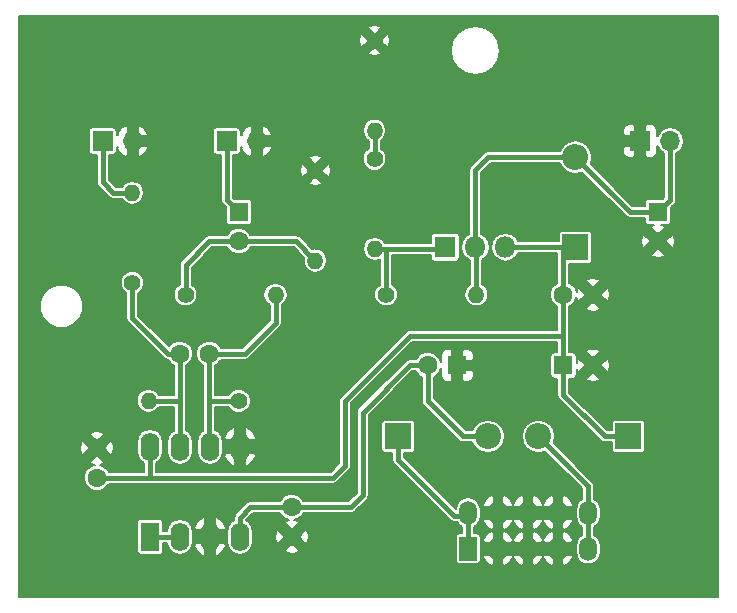
<source format=gbr>
G04 #@! TF.FileFunction,Copper,L2,Bot,Signal*
%FSLAX46Y46*%
G04 Gerber Fmt 4.6, Leading zero omitted, Abs format (unit mm)*
G04 Created by KiCad (PCBNEW 4.0.7) date Wed Nov 22 16:36:53 2017*
%MOMM*%
%LPD*%
G01*
G04 APERTURE LIST*
%ADD10C,0.100000*%
%ADD11O,1.500000X2.000000*%
%ADD12R,1.500000X2.000000*%
%ADD13R,1.800000X1.800000*%
%ADD14O,1.800000X1.800000*%
%ADD15R,1.600000X1.600000*%
%ADD16C,1.600000*%
%ADD17R,2.200000X2.200000*%
%ADD18O,2.200000X2.200000*%
%ADD19R,1.700000X1.700000*%
%ADD20O,1.700000X1.700000*%
%ADD21C,1.400000*%
%ADD22O,1.400000X1.400000*%
%ADD23R,1.600000X2.400000*%
%ADD24O,1.600000X2.400000*%
%ADD25C,0.406400*%
%ADD26C,0.203200*%
G04 APERTURE END LIST*
D10*
D11*
X48580000Y4480000D03*
X48580000Y7520000D03*
X46040000Y7520000D03*
X46040000Y4480000D03*
D12*
X38420000Y4480000D03*
D11*
X38420000Y7520000D03*
X40960000Y4480000D03*
X40960000Y7520000D03*
X43500000Y4480000D03*
X43500000Y7520000D03*
D13*
X36500000Y30000000D03*
D14*
X39040000Y30000000D03*
X41580000Y30000000D03*
D15*
X37500000Y20000000D03*
D16*
X35000000Y20000000D03*
D17*
X32500000Y14000000D03*
D18*
X40120000Y14000000D03*
D15*
X54500000Y33000000D03*
D16*
X54500000Y30500000D03*
D15*
X46500000Y20000000D03*
D16*
X49000000Y20000000D03*
D19*
X53000000Y39000000D03*
D20*
X55540000Y39000000D03*
D21*
X30500000Y37500000D03*
D22*
X30500000Y29880000D03*
D21*
X30500000Y47500000D03*
D22*
X30500000Y39880000D03*
D21*
X31500000Y26000000D03*
D22*
X39120000Y26000000D03*
D16*
X46500000Y26000000D03*
X49000000Y26000000D03*
X7000000Y13000000D03*
X7000000Y10500000D03*
X23500000Y5500000D03*
X23500000Y8000000D03*
D15*
X19000000Y33000000D03*
D16*
X19000000Y30500000D03*
X16500000Y21000000D03*
X14000000Y21000000D03*
D17*
X52000000Y14000000D03*
D18*
X44380000Y14000000D03*
D17*
X47500000Y30000000D03*
D18*
X47500000Y37620000D03*
D19*
X18000000Y39000000D03*
D20*
X20540000Y39000000D03*
D19*
X7500000Y39000000D03*
D20*
X10040000Y39000000D03*
D21*
X25500000Y36500000D03*
D22*
X25500000Y28880000D03*
D21*
X14500000Y26000000D03*
D22*
X22120000Y26000000D03*
D21*
X19000000Y17000000D03*
D22*
X11380000Y17000000D03*
D21*
X10000000Y27000000D03*
D22*
X10000000Y34620000D03*
D23*
X11500000Y5500000D03*
D24*
X19120000Y13120000D03*
X14040000Y5500000D03*
X16580000Y13120000D03*
X16580000Y5500000D03*
X14040000Y13120000D03*
X19120000Y5500000D03*
X11500000Y13120000D03*
D25*
X47500000Y30000000D02*
X46400000Y30000000D01*
X46400000Y30000000D02*
X46500000Y29900000D01*
X46500000Y29900000D02*
X46500000Y26000000D01*
X41580000Y30000000D02*
X47500000Y30000000D01*
X11500000Y13120000D02*
X11500000Y10500000D01*
X7000000Y10500000D02*
X11500000Y10500000D01*
X11500000Y10500000D02*
X27000000Y10500000D01*
X33500000Y22500000D02*
X46500000Y22500000D01*
X28000000Y17000000D02*
X33500000Y22500000D01*
X28000000Y11500000D02*
X28000000Y17000000D01*
X27000000Y10500000D02*
X28000000Y11500000D01*
X46500000Y20000000D02*
X46500000Y22500000D01*
X46500000Y22500000D02*
X46500000Y26000000D01*
X46500000Y20000000D02*
X46500000Y17500000D01*
X50000000Y14000000D02*
X52000000Y14000000D01*
X46500000Y17500000D02*
X50000000Y14000000D01*
X29500000Y9000000D02*
X29500000Y16000000D01*
X28500000Y8000000D02*
X29500000Y9000000D01*
X23500000Y8000000D02*
X28500000Y8000000D01*
X33500000Y20000000D02*
X35000000Y20000000D01*
X29500000Y16000000D02*
X33500000Y20000000D01*
X19120000Y5500000D02*
X19120000Y7120000D01*
X20000000Y8000000D02*
X23500000Y8000000D01*
X19120000Y7120000D02*
X20000000Y8000000D01*
X35000000Y20000000D02*
X35000000Y17000000D01*
X38000000Y14000000D02*
X40120000Y14000000D01*
X35000000Y17000000D02*
X38000000Y14000000D01*
X30500000Y37500000D02*
X30500000Y39880000D01*
X31500000Y29880000D02*
X31500000Y26000000D01*
X30500000Y29880000D02*
X31500000Y29880000D01*
X31500000Y29880000D02*
X32000000Y29880000D01*
X32000000Y29880000D02*
X36380000Y29880000D01*
X36380000Y29880000D02*
X36500000Y30000000D01*
X55540000Y39000000D02*
X55540000Y34040000D01*
X55540000Y34040000D02*
X54500000Y33000000D01*
X54500000Y33000000D02*
X52120000Y33000000D01*
X52120000Y33000000D02*
X47500000Y37620000D01*
X39040000Y30000000D02*
X39040000Y36540000D01*
X40120000Y37620000D02*
X47500000Y37620000D01*
X39040000Y36540000D02*
X40120000Y37620000D01*
X39120000Y26000000D02*
X39120000Y29920000D01*
X39120000Y29920000D02*
X39040000Y30000000D01*
X18000000Y39000000D02*
X18000000Y34000000D01*
X18000000Y34000000D02*
X19000000Y33000000D01*
X14500000Y26000000D02*
X14500000Y28500000D01*
X16500000Y30500000D02*
X19000000Y30500000D01*
X14500000Y28500000D02*
X16500000Y30500000D01*
X19000000Y30500000D02*
X23880000Y30500000D01*
X23880000Y30500000D02*
X25500000Y28880000D01*
X16500000Y21000000D02*
X19500000Y21000000D01*
X22120000Y23620000D02*
X22120000Y26000000D01*
X19500000Y21000000D02*
X22120000Y23620000D01*
X16500000Y17000000D02*
X19000000Y17000000D01*
X16500000Y21000000D02*
X16500000Y17000000D01*
X16500000Y17000000D02*
X16500000Y13200000D01*
X16500000Y13200000D02*
X16580000Y13120000D01*
X14000000Y21000000D02*
X13000000Y21000000D01*
X10000000Y24000000D02*
X10000000Y27000000D01*
X13000000Y21000000D02*
X10000000Y24000000D01*
X14000000Y17000000D02*
X11380000Y17000000D01*
X14000000Y21000000D02*
X14000000Y17000000D01*
X14000000Y17000000D02*
X14000000Y13160000D01*
X14000000Y13160000D02*
X14040000Y13120000D01*
X8380000Y34620000D02*
X10000000Y34620000D01*
X7500000Y35500000D02*
X8380000Y34620000D01*
X7500000Y39000000D02*
X7500000Y35500000D01*
X48580000Y4730000D02*
X48580000Y7270000D01*
X48580000Y7270000D02*
X48580000Y9800000D01*
X48580000Y9800000D02*
X44380000Y14000000D01*
X38420000Y4730000D02*
X38420000Y7270000D01*
X38420000Y7270000D02*
X37230000Y7270000D01*
X32500000Y12000000D02*
X32500000Y14000000D01*
X37230000Y7270000D02*
X32500000Y12000000D01*
X11500000Y5500000D02*
X14040000Y5500000D01*
D26*
G36*
X59620200Y379800D02*
X379800Y379800D01*
X379800Y6700000D01*
X10389229Y6700000D01*
X10389229Y4300000D01*
X10410482Y4187048D01*
X10477237Y4083308D01*
X10579093Y4013713D01*
X10700000Y3989229D01*
X12300000Y3989229D01*
X12412952Y4010482D01*
X12516692Y4077237D01*
X12586287Y4179093D01*
X12610771Y4300000D01*
X12610771Y4992000D01*
X12950818Y4992000D01*
X13019298Y4647730D01*
X13258788Y4289307D01*
X13617211Y4049817D01*
X14040000Y3965719D01*
X14462789Y4049817D01*
X14821212Y4289307D01*
X15060702Y4647730D01*
X15081385Y4751715D01*
X15233768Y4751715D01*
X15469527Y4263046D01*
X15874345Y3901796D01*
X15973479Y3827560D01*
X16180000Y3908131D01*
X16180000Y4966600D01*
X16980000Y4966600D01*
X16980000Y3908131D01*
X17186521Y3827560D01*
X17285655Y3901796D01*
X17690473Y4263046D01*
X17926232Y4751715D01*
X17811741Y4966600D01*
X16980000Y4966600D01*
X16180000Y4966600D01*
X15348259Y4966600D01*
X15233768Y4751715D01*
X15081385Y4751715D01*
X15144800Y5070519D01*
X15144800Y5929481D01*
X18015200Y5929481D01*
X18015200Y5070519D01*
X18099298Y4647730D01*
X18338788Y4289307D01*
X18697211Y4049817D01*
X19120000Y3965719D01*
X19542789Y4049817D01*
X19901212Y4289307D01*
X19944308Y4353805D01*
X22919491Y4353805D01*
X23012209Y4148094D01*
X23566692Y4064332D01*
X23987791Y4148094D01*
X24080509Y4353805D01*
X23500000Y4934315D01*
X22919491Y4353805D01*
X19944308Y4353805D01*
X20140702Y4647730D01*
X20224800Y5070519D01*
X20224800Y5433308D01*
X22064332Y5433308D01*
X22148094Y5012209D01*
X22353805Y4919491D01*
X22934315Y5500000D01*
X24065685Y5500000D01*
X24646195Y4919491D01*
X24851906Y5012209D01*
X24935668Y5566692D01*
X24851906Y5987791D01*
X24646195Y6080509D01*
X24065685Y5500000D01*
X22934315Y5500000D01*
X22353805Y6080509D01*
X22148094Y5987791D01*
X22064332Y5433308D01*
X20224800Y5433308D01*
X20224800Y5929481D01*
X20140702Y6352270D01*
X19901212Y6710693D01*
X19628000Y6893247D01*
X19628000Y6909580D01*
X20210420Y7492000D01*
X22514506Y7492000D01*
X22562850Y7374999D01*
X22873364Y7063943D01*
X23263587Y6901908D01*
X23012209Y6851906D01*
X22919491Y6646195D01*
X23500000Y6065685D01*
X24080509Y6646195D01*
X23987791Y6851906D01*
X23702365Y6895023D01*
X23718794Y6895009D01*
X24125001Y7062850D01*
X24436057Y7373364D01*
X24485319Y7492000D01*
X28500000Y7492000D01*
X28694403Y7530669D01*
X28859210Y7640790D01*
X29859211Y8640790D01*
X29969331Y8805597D01*
X30008000Y9000000D01*
X30008000Y15100000D01*
X31089229Y15100000D01*
X31089229Y12900000D01*
X31110482Y12787048D01*
X31177237Y12683308D01*
X31279093Y12613713D01*
X31400000Y12589229D01*
X31992000Y12589229D01*
X31992000Y12000000D01*
X32030669Y11805597D01*
X32140790Y11640790D01*
X36870790Y6910790D01*
X37035596Y6800669D01*
X37230000Y6762000D01*
X37498133Y6762000D01*
X37674144Y6498581D01*
X37912000Y6339651D01*
X37912000Y5790771D01*
X37670000Y5790771D01*
X37557048Y5769518D01*
X37453308Y5702763D01*
X37383713Y5600907D01*
X37359229Y5480000D01*
X37359229Y3480000D01*
X37380482Y3367048D01*
X37447237Y3263308D01*
X37549093Y3193713D01*
X37670000Y3169229D01*
X39170000Y3169229D01*
X39282952Y3190482D01*
X39386692Y3257237D01*
X39456287Y3359093D01*
X39480771Y3480000D01*
X39480771Y3777703D01*
X39702425Y3777703D01*
X39971239Y3330879D01*
X40385179Y2997891D01*
X40585000Y3082522D01*
X40585000Y3980000D01*
X41335000Y3980000D01*
X41335000Y3082522D01*
X41534821Y2997891D01*
X41948761Y3330879D01*
X42217575Y3777703D01*
X42242425Y3777703D01*
X42511239Y3330879D01*
X42925179Y2997891D01*
X43125000Y3082522D01*
X43125000Y3980000D01*
X43875000Y3980000D01*
X43875000Y3082522D01*
X44074821Y2997891D01*
X44488761Y3330879D01*
X44757575Y3777703D01*
X44782425Y3777703D01*
X45051239Y3330879D01*
X45465179Y2997891D01*
X45665000Y3082522D01*
X45665000Y3980000D01*
X46415000Y3980000D01*
X46415000Y3082522D01*
X46614821Y2997891D01*
X47028761Y3330879D01*
X47297575Y3777703D01*
X47200447Y3980000D01*
X46415000Y3980000D01*
X45665000Y3980000D01*
X44879553Y3980000D01*
X44782425Y3777703D01*
X44757575Y3777703D01*
X44660447Y3980000D01*
X43875000Y3980000D01*
X43125000Y3980000D01*
X42339553Y3980000D01*
X42242425Y3777703D01*
X42217575Y3777703D01*
X42120447Y3980000D01*
X41335000Y3980000D01*
X40585000Y3980000D01*
X39799553Y3980000D01*
X39702425Y3777703D01*
X39480771Y3777703D01*
X39480771Y5182297D01*
X39702425Y5182297D01*
X39799553Y4980000D01*
X40585000Y4980000D01*
X40585000Y5877478D01*
X41335000Y5877478D01*
X41335000Y4980000D01*
X42120447Y4980000D01*
X42217575Y5182297D01*
X42242425Y5182297D01*
X42339553Y4980000D01*
X43125000Y4980000D01*
X43125000Y5877478D01*
X43875000Y5877478D01*
X43875000Y4980000D01*
X44660447Y4980000D01*
X44757575Y5182297D01*
X44782425Y5182297D01*
X44879553Y4980000D01*
X45665000Y4980000D01*
X45665000Y5877478D01*
X46415000Y5877478D01*
X46415000Y4980000D01*
X47200447Y4980000D01*
X47297575Y5182297D01*
X47028761Y5629121D01*
X46614821Y5962109D01*
X46415000Y5877478D01*
X45665000Y5877478D01*
X45465179Y5962109D01*
X45051239Y5629121D01*
X44782425Y5182297D01*
X44757575Y5182297D01*
X44488761Y5629121D01*
X44074821Y5962109D01*
X43875000Y5877478D01*
X43125000Y5877478D01*
X42925179Y5962109D01*
X42511239Y5629121D01*
X42242425Y5182297D01*
X42217575Y5182297D01*
X41948761Y5629121D01*
X41534821Y5962109D01*
X41335000Y5877478D01*
X40585000Y5877478D01*
X40385179Y5962109D01*
X39971239Y5629121D01*
X39702425Y5182297D01*
X39480771Y5182297D01*
X39480771Y5480000D01*
X39459518Y5592952D01*
X39392763Y5696692D01*
X39290907Y5766287D01*
X39170000Y5790771D01*
X38928000Y5790771D01*
X38928000Y6339651D01*
X39165856Y6498581D01*
X39379086Y6817703D01*
X39702425Y6817703D01*
X39971239Y6370879D01*
X40385179Y6037891D01*
X40585000Y6122522D01*
X40585000Y7020000D01*
X41335000Y7020000D01*
X41335000Y6122522D01*
X41534821Y6037891D01*
X41948761Y6370879D01*
X42217575Y6817703D01*
X42242425Y6817703D01*
X42511239Y6370879D01*
X42925179Y6037891D01*
X43125000Y6122522D01*
X43125000Y7020000D01*
X43875000Y7020000D01*
X43875000Y6122522D01*
X44074821Y6037891D01*
X44488761Y6370879D01*
X44757575Y6817703D01*
X44782425Y6817703D01*
X45051239Y6370879D01*
X45465179Y6037891D01*
X45665000Y6122522D01*
X45665000Y7020000D01*
X46415000Y7020000D01*
X46415000Y6122522D01*
X46614821Y6037891D01*
X47028761Y6370879D01*
X47297575Y6817703D01*
X47200447Y7020000D01*
X46415000Y7020000D01*
X45665000Y7020000D01*
X44879553Y7020000D01*
X44782425Y6817703D01*
X44757575Y6817703D01*
X44660447Y7020000D01*
X43875000Y7020000D01*
X43125000Y7020000D01*
X42339553Y7020000D01*
X42242425Y6817703D01*
X42217575Y6817703D01*
X42120447Y7020000D01*
X41335000Y7020000D01*
X40585000Y7020000D01*
X39799553Y7020000D01*
X39702425Y6817703D01*
X39379086Y6817703D01*
X39394508Y6840783D01*
X39474800Y7244437D01*
X39474800Y7795563D01*
X39394508Y8199217D01*
X39379087Y8222297D01*
X39702425Y8222297D01*
X39799553Y8020000D01*
X40585000Y8020000D01*
X40585000Y8917478D01*
X41335000Y8917478D01*
X41335000Y8020000D01*
X42120447Y8020000D01*
X42217575Y8222297D01*
X42242425Y8222297D01*
X42339553Y8020000D01*
X43125000Y8020000D01*
X43125000Y8917478D01*
X43875000Y8917478D01*
X43875000Y8020000D01*
X44660447Y8020000D01*
X44757575Y8222297D01*
X44782425Y8222297D01*
X44879553Y8020000D01*
X45665000Y8020000D01*
X45665000Y8917478D01*
X46415000Y8917478D01*
X46415000Y8020000D01*
X47200447Y8020000D01*
X47297575Y8222297D01*
X47028761Y8669121D01*
X46614821Y9002109D01*
X46415000Y8917478D01*
X45665000Y8917478D01*
X45465179Y9002109D01*
X45051239Y8669121D01*
X44782425Y8222297D01*
X44757575Y8222297D01*
X44488761Y8669121D01*
X44074821Y9002109D01*
X43875000Y8917478D01*
X43125000Y8917478D01*
X42925179Y9002109D01*
X42511239Y8669121D01*
X42242425Y8222297D01*
X42217575Y8222297D01*
X41948761Y8669121D01*
X41534821Y9002109D01*
X41335000Y8917478D01*
X40585000Y8917478D01*
X40385179Y9002109D01*
X39971239Y8669121D01*
X39702425Y8222297D01*
X39379087Y8222297D01*
X39165856Y8541419D01*
X38823654Y8770071D01*
X38420000Y8850363D01*
X38016346Y8770071D01*
X37674144Y8541419D01*
X37445492Y8199217D01*
X37374766Y7843654D01*
X33008000Y12210420D01*
X33008000Y12589229D01*
X33600000Y12589229D01*
X33712952Y12610482D01*
X33816692Y12677237D01*
X33886287Y12779093D01*
X33910771Y12900000D01*
X33910771Y15100000D01*
X33889518Y15212952D01*
X33822763Y15316692D01*
X33720907Y15386287D01*
X33600000Y15410771D01*
X31400000Y15410771D01*
X31287048Y15389518D01*
X31183308Y15322763D01*
X31113713Y15220907D01*
X31089229Y15100000D01*
X30008000Y15100000D01*
X30008000Y15789580D01*
X33710420Y19492000D01*
X34014506Y19492000D01*
X34062850Y19374999D01*
X34373364Y19063943D01*
X34492000Y19014681D01*
X34492000Y17000000D01*
X34530669Y16805597D01*
X34640790Y16640790D01*
X37640790Y13640790D01*
X37805597Y13530669D01*
X38000000Y13492000D01*
X38788725Y13492000D01*
X38794612Y13462406D01*
X39099134Y13006656D01*
X39554884Y12702134D01*
X40092478Y12595200D01*
X40147522Y12595200D01*
X40685116Y12702134D01*
X41140866Y13006656D01*
X41445388Y13462406D01*
X41552322Y14000000D01*
X42947678Y14000000D01*
X43054612Y13462406D01*
X43359134Y13006656D01*
X43814884Y12702134D01*
X44352478Y12595200D01*
X44407522Y12595200D01*
X44945116Y12702134D01*
X44953706Y12707874D01*
X48072000Y9589580D01*
X48072000Y8700349D01*
X47834144Y8541419D01*
X47605492Y8199217D01*
X47525200Y7795563D01*
X47525200Y7244437D01*
X47605492Y6840783D01*
X47834144Y6498581D01*
X48072000Y6339651D01*
X48072000Y5660349D01*
X47834144Y5501419D01*
X47605492Y5159217D01*
X47525200Y4755563D01*
X47525200Y4204437D01*
X47605492Y3800783D01*
X47834144Y3458581D01*
X48176346Y3229929D01*
X48580000Y3149637D01*
X48983654Y3229929D01*
X49325856Y3458581D01*
X49554508Y3800783D01*
X49634800Y4204437D01*
X49634800Y4755563D01*
X49554508Y5159217D01*
X49325856Y5501419D01*
X49088000Y5660349D01*
X49088000Y6339651D01*
X49325856Y6498581D01*
X49554508Y6840783D01*
X49634800Y7244437D01*
X49634800Y7795563D01*
X49554508Y8199217D01*
X49325856Y8541419D01*
X49088000Y8700349D01*
X49088000Y9800000D01*
X49049331Y9994403D01*
X48939210Y10159210D01*
X45677601Y13420819D01*
X45705388Y13462406D01*
X45812322Y14000000D01*
X45705388Y14537594D01*
X45400866Y14993344D01*
X44945116Y15297866D01*
X44407522Y15404800D01*
X44352478Y15404800D01*
X43814884Y15297866D01*
X43359134Y14993344D01*
X43054612Y14537594D01*
X42947678Y14000000D01*
X41552322Y14000000D01*
X41445388Y14537594D01*
X41140866Y14993344D01*
X40685116Y15297866D01*
X40147522Y15404800D01*
X40092478Y15404800D01*
X39554884Y15297866D01*
X39099134Y14993344D01*
X38794612Y14537594D01*
X38788725Y14508000D01*
X38210420Y14508000D01*
X35508000Y17210420D01*
X35508000Y19014506D01*
X35625001Y19062850D01*
X35936057Y19373364D01*
X36090400Y19745064D01*
X36090400Y19466598D01*
X36109398Y19466598D01*
X36090400Y19447600D01*
X36090400Y19078743D01*
X36183206Y18854689D01*
X36354689Y18683206D01*
X36578743Y18590400D01*
X36947600Y18590400D01*
X37100000Y18742800D01*
X37100000Y19600000D01*
X37900000Y19600000D01*
X37900000Y18742800D01*
X38052400Y18590400D01*
X38421257Y18590400D01*
X38645311Y18683206D01*
X38816794Y18854689D01*
X38909600Y19078743D01*
X38909600Y19447600D01*
X38757200Y19600000D01*
X37900000Y19600000D01*
X37100000Y19600000D01*
X36946600Y19600000D01*
X36946600Y20400000D01*
X37100000Y20400000D01*
X37100000Y21257200D01*
X37900000Y21257200D01*
X37900000Y20400000D01*
X38757200Y20400000D01*
X38909600Y20552400D01*
X38909600Y20921257D01*
X38816794Y21145311D01*
X38645311Y21316794D01*
X38421257Y21409600D01*
X38052400Y21409600D01*
X37900000Y21257200D01*
X37100000Y21257200D01*
X36947600Y21409600D01*
X36578743Y21409600D01*
X36354689Y21316794D01*
X36183206Y21145311D01*
X36090400Y20921257D01*
X36090400Y20552400D01*
X36109398Y20533402D01*
X36090400Y20533402D01*
X36090400Y20254107D01*
X35937150Y20625001D01*
X35626636Y20936057D01*
X35220722Y21104607D01*
X34781206Y21104991D01*
X34374999Y20937150D01*
X34063943Y20626636D01*
X34014681Y20508000D01*
X33500000Y20508000D01*
X33337850Y20475746D01*
X33305596Y20469331D01*
X33140790Y20359210D01*
X29140790Y16359210D01*
X29030669Y16194403D01*
X28992000Y16000000D01*
X28992000Y9210421D01*
X28289580Y8508000D01*
X24485494Y8508000D01*
X24437150Y8625001D01*
X24126636Y8936057D01*
X23720722Y9104607D01*
X23281206Y9104991D01*
X22874999Y8937150D01*
X22563943Y8626636D01*
X22514681Y8508000D01*
X20000000Y8508000D01*
X19805597Y8469331D01*
X19640790Y8359210D01*
X18760790Y7479210D01*
X18650669Y7314403D01*
X18612000Y7120000D01*
X18612000Y6893247D01*
X18338788Y6710693D01*
X18099298Y6352270D01*
X18015200Y5929481D01*
X15144800Y5929481D01*
X15081386Y6248285D01*
X15233768Y6248285D01*
X15348259Y6033400D01*
X16180000Y6033400D01*
X16180000Y7091869D01*
X16980000Y7091869D01*
X16980000Y6033400D01*
X17811741Y6033400D01*
X17926232Y6248285D01*
X17690473Y6736954D01*
X17285655Y7098204D01*
X17186521Y7172440D01*
X16980000Y7091869D01*
X16180000Y7091869D01*
X15973479Y7172440D01*
X15874345Y7098204D01*
X15469527Y6736954D01*
X15233768Y6248285D01*
X15081386Y6248285D01*
X15060702Y6352270D01*
X14821212Y6710693D01*
X14462789Y6950183D01*
X14040000Y7034281D01*
X13617211Y6950183D01*
X13258788Y6710693D01*
X13019298Y6352270D01*
X12950818Y6008000D01*
X12610771Y6008000D01*
X12610771Y6700000D01*
X12589518Y6812952D01*
X12522763Y6916692D01*
X12420907Y6986287D01*
X12300000Y7010771D01*
X10700000Y7010771D01*
X10587048Y6989518D01*
X10483308Y6922763D01*
X10413713Y6820907D01*
X10389229Y6700000D01*
X379800Y6700000D01*
X379800Y10281206D01*
X5895009Y10281206D01*
X6062850Y9874999D01*
X6373364Y9563943D01*
X6779278Y9395393D01*
X7218794Y9395009D01*
X7625001Y9562850D01*
X7936057Y9873364D01*
X7985319Y9992000D01*
X27000000Y9992000D01*
X27194403Y10030669D01*
X27359210Y10140790D01*
X28359211Y11140790D01*
X28469331Y11305597D01*
X28508000Y11500000D01*
X28508000Y16789580D01*
X33710421Y21992000D01*
X45992000Y21992000D01*
X45992000Y21110771D01*
X45700000Y21110771D01*
X45587048Y21089518D01*
X45483308Y21022763D01*
X45413713Y20920907D01*
X45389229Y20800000D01*
X45389229Y19200000D01*
X45410482Y19087048D01*
X45477237Y18983308D01*
X45579093Y18913713D01*
X45700000Y18889229D01*
X45992000Y18889229D01*
X45992000Y17500000D01*
X46030669Y17305597D01*
X46140790Y17140790D01*
X49640789Y13640790D01*
X49717803Y13589331D01*
X49805597Y13530669D01*
X50000000Y13492000D01*
X50589229Y13492000D01*
X50589229Y12900000D01*
X50610482Y12787048D01*
X50677237Y12683308D01*
X50779093Y12613713D01*
X50900000Y12589229D01*
X53100000Y12589229D01*
X53212952Y12610482D01*
X53316692Y12677237D01*
X53386287Y12779093D01*
X53410771Y12900000D01*
X53410771Y15100000D01*
X53389518Y15212952D01*
X53322763Y15316692D01*
X53220907Y15386287D01*
X53100000Y15410771D01*
X50900000Y15410771D01*
X50787048Y15389518D01*
X50683308Y15322763D01*
X50613713Y15220907D01*
X50589229Y15100000D01*
X50589229Y14508000D01*
X50210421Y14508000D01*
X47008000Y17710420D01*
X47008000Y18853805D01*
X48419491Y18853805D01*
X48512209Y18648094D01*
X49066692Y18564332D01*
X49487791Y18648094D01*
X49580509Y18853805D01*
X49000000Y19434315D01*
X48419491Y18853805D01*
X47008000Y18853805D01*
X47008000Y18889229D01*
X47300000Y18889229D01*
X47412952Y18910482D01*
X47516692Y18977237D01*
X47586287Y19079093D01*
X47610771Y19200000D01*
X47610771Y19699844D01*
X47648094Y19512209D01*
X47853805Y19419491D01*
X48434315Y20000000D01*
X49565685Y20000000D01*
X50146195Y19419491D01*
X50351906Y19512209D01*
X50435668Y20066692D01*
X50351906Y20487791D01*
X50146195Y20580509D01*
X49565685Y20000000D01*
X48434315Y20000000D01*
X47853805Y20580509D01*
X47648094Y20487791D01*
X47610771Y20240722D01*
X47610771Y20800000D01*
X47589518Y20912952D01*
X47522763Y21016692D01*
X47420907Y21086287D01*
X47300000Y21110771D01*
X47008000Y21110771D01*
X47008000Y21146195D01*
X48419491Y21146195D01*
X49000000Y20565685D01*
X49580509Y21146195D01*
X49487791Y21351906D01*
X48933308Y21435668D01*
X48512209Y21351906D01*
X48419491Y21146195D01*
X47008000Y21146195D01*
X47008000Y24853805D01*
X48419491Y24853805D01*
X48512209Y24648094D01*
X49066692Y24564332D01*
X49487791Y24648094D01*
X49580509Y24853805D01*
X49000000Y25434315D01*
X48419491Y24853805D01*
X47008000Y24853805D01*
X47008000Y25014506D01*
X47125001Y25062850D01*
X47436057Y25373364D01*
X47598092Y25763587D01*
X47648094Y25512209D01*
X47853805Y25419491D01*
X48434315Y26000000D01*
X49565685Y26000000D01*
X50146195Y25419491D01*
X50351906Y25512209D01*
X50435668Y26066692D01*
X50351906Y26487791D01*
X50146195Y26580509D01*
X49565685Y26000000D01*
X48434315Y26000000D01*
X47853805Y26580509D01*
X47648094Y26487791D01*
X47604977Y26202365D01*
X47604991Y26218794D01*
X47437150Y26625001D01*
X47126636Y26936057D01*
X47008000Y26985319D01*
X47008000Y27146195D01*
X48419491Y27146195D01*
X49000000Y26565685D01*
X49580509Y27146195D01*
X49487791Y27351906D01*
X48933308Y27435668D01*
X48512209Y27351906D01*
X48419491Y27146195D01*
X47008000Y27146195D01*
X47008000Y28589229D01*
X48600000Y28589229D01*
X48712952Y28610482D01*
X48816692Y28677237D01*
X48886287Y28779093D01*
X48910771Y28900000D01*
X48910771Y29353805D01*
X53919491Y29353805D01*
X54012209Y29148094D01*
X54566692Y29064332D01*
X54987791Y29148094D01*
X55080509Y29353805D01*
X54500000Y29934315D01*
X53919491Y29353805D01*
X48910771Y29353805D01*
X48910771Y30433308D01*
X53064332Y30433308D01*
X53148094Y30012209D01*
X53353805Y29919491D01*
X53934315Y30500000D01*
X55065685Y30500000D01*
X55646195Y29919491D01*
X55851906Y30012209D01*
X55935668Y30566692D01*
X55851906Y30987791D01*
X55646195Y31080509D01*
X55065685Y30500000D01*
X53934315Y30500000D01*
X53353805Y31080509D01*
X53148094Y30987791D01*
X53064332Y30433308D01*
X48910771Y30433308D01*
X48910771Y31100000D01*
X48889518Y31212952D01*
X48822763Y31316692D01*
X48720907Y31386287D01*
X48600000Y31410771D01*
X46400000Y31410771D01*
X46287048Y31389518D01*
X46183308Y31322763D01*
X46113713Y31220907D01*
X46089229Y31100000D01*
X46089229Y30508000D01*
X42685327Y30508000D01*
X42455525Y30851922D01*
X42064660Y31113090D01*
X41603603Y31204800D01*
X41556397Y31204800D01*
X41095340Y31113090D01*
X40704475Y30851922D01*
X40443307Y30461057D01*
X40351597Y30000000D01*
X40443307Y29538943D01*
X40704475Y29148078D01*
X41095340Y28886910D01*
X41556397Y28795200D01*
X41603603Y28795200D01*
X42064660Y28886910D01*
X42455525Y29148078D01*
X42685327Y29492000D01*
X45992000Y29492000D01*
X45992000Y26985494D01*
X45874999Y26937150D01*
X45563943Y26626636D01*
X45395393Y26220722D01*
X45395009Y25781206D01*
X45562850Y25374999D01*
X45873364Y25063943D01*
X45992000Y25014681D01*
X45992000Y23008000D01*
X33500000Y23008000D01*
X33305597Y22969331D01*
X33140790Y22859211D01*
X27640790Y17359210D01*
X27530669Y17194403D01*
X27492000Y17000000D01*
X27492000Y11710421D01*
X26789580Y11008000D01*
X12008000Y11008000D01*
X12008000Y11726753D01*
X12281212Y11909307D01*
X12520702Y12267730D01*
X12604800Y12690519D01*
X12604800Y13549481D01*
X12520702Y13972270D01*
X12281212Y14330693D01*
X11922789Y14570183D01*
X11500000Y14654281D01*
X11077211Y14570183D01*
X10718788Y14330693D01*
X10479298Y13972270D01*
X10395200Y13549481D01*
X10395200Y12690519D01*
X10479298Y12267730D01*
X10718788Y11909307D01*
X10992000Y11726753D01*
X10992000Y11008000D01*
X7985494Y11008000D01*
X7937150Y11125001D01*
X7626636Y11436057D01*
X7236413Y11598092D01*
X7487791Y11648094D01*
X7580509Y11853805D01*
X7000000Y12434315D01*
X6419491Y11853805D01*
X6512209Y11648094D01*
X6797635Y11604977D01*
X6781206Y11604991D01*
X6374999Y11437150D01*
X6063943Y11126636D01*
X5895393Y10720722D01*
X5895009Y10281206D01*
X379800Y10281206D01*
X379800Y12933308D01*
X5564332Y12933308D01*
X5648094Y12512209D01*
X5853805Y12419491D01*
X6434315Y13000000D01*
X7565685Y13000000D01*
X8146195Y12419491D01*
X8351906Y12512209D01*
X8435668Y13066692D01*
X8351906Y13487791D01*
X8146195Y13580509D01*
X7565685Y13000000D01*
X6434315Y13000000D01*
X5853805Y13580509D01*
X5648094Y13487791D01*
X5564332Y12933308D01*
X379800Y12933308D01*
X379800Y14146195D01*
X6419491Y14146195D01*
X7000000Y13565685D01*
X7580509Y14146195D01*
X7487791Y14351906D01*
X6933308Y14435668D01*
X6512209Y14351906D01*
X6419491Y14146195D01*
X379800Y14146195D01*
X379800Y24642578D01*
X2194888Y24642578D01*
X2469073Y23978999D01*
X2976328Y23470857D01*
X3639428Y23195514D01*
X4357422Y23194888D01*
X5021001Y23469073D01*
X5529143Y23976328D01*
X5804486Y24639428D01*
X5805112Y25357422D01*
X5530927Y26021001D01*
X5023672Y26529143D01*
X4368944Y26801010D01*
X8995026Y26801010D01*
X9147675Y26431570D01*
X9430083Y26148669D01*
X9492000Y26122959D01*
X9492000Y24000000D01*
X9530669Y23805597D01*
X9640790Y23640790D01*
X12640790Y20640790D01*
X12805597Y20530669D01*
X13000000Y20492000D01*
X13014506Y20492000D01*
X13062850Y20374999D01*
X13373364Y20063943D01*
X13492000Y20014681D01*
X13492000Y17508000D01*
X12245493Y17508000D01*
X12110186Y17710501D01*
X11784205Y17928314D01*
X11399685Y18004800D01*
X11360315Y18004800D01*
X10975795Y17928314D01*
X10649814Y17710501D01*
X10432001Y17384520D01*
X10355515Y17000000D01*
X10432001Y16615480D01*
X10649814Y16289499D01*
X10975795Y16071686D01*
X11360315Y15995200D01*
X11399685Y15995200D01*
X11784205Y16071686D01*
X12110186Y16289499D01*
X12245493Y16492000D01*
X13492000Y16492000D01*
X13492000Y14486520D01*
X13258788Y14330693D01*
X13019298Y13972270D01*
X12935200Y13549481D01*
X12935200Y12690519D01*
X13019298Y12267730D01*
X13258788Y11909307D01*
X13617211Y11669817D01*
X14040000Y11585719D01*
X14462789Y11669817D01*
X14821212Y11909307D01*
X15060702Y12267730D01*
X15144800Y12690519D01*
X15144800Y13549481D01*
X15060702Y13972270D01*
X14821212Y14330693D01*
X14508000Y14539974D01*
X14508000Y20014506D01*
X14625001Y20062850D01*
X14936057Y20373364D01*
X15104607Y20779278D01*
X15104608Y20781206D01*
X15395009Y20781206D01*
X15562850Y20374999D01*
X15873364Y20063943D01*
X15992000Y20014681D01*
X15992000Y14459793D01*
X15798788Y14330693D01*
X15559298Y13972270D01*
X15475200Y13549481D01*
X15475200Y12690519D01*
X15559298Y12267730D01*
X15798788Y11909307D01*
X16157211Y11669817D01*
X16580000Y11585719D01*
X17002789Y11669817D01*
X17361212Y11909307D01*
X17600702Y12267730D01*
X17621385Y12371715D01*
X17773768Y12371715D01*
X18009527Y11883046D01*
X18414345Y11521796D01*
X18513479Y11447560D01*
X18720000Y11528131D01*
X18720000Y12586600D01*
X19520000Y12586600D01*
X19520000Y11528131D01*
X19726521Y11447560D01*
X19825655Y11521796D01*
X20230473Y11883046D01*
X20466232Y12371715D01*
X20351741Y12586600D01*
X19520000Y12586600D01*
X18720000Y12586600D01*
X17888259Y12586600D01*
X17773768Y12371715D01*
X17621385Y12371715D01*
X17684800Y12690519D01*
X17684800Y13549481D01*
X17621386Y13868285D01*
X17773768Y13868285D01*
X17888259Y13653400D01*
X18720000Y13653400D01*
X18720000Y14711869D01*
X19520000Y14711869D01*
X19520000Y13653400D01*
X20351741Y13653400D01*
X20466232Y13868285D01*
X20230473Y14356954D01*
X19825655Y14718204D01*
X19726521Y14792440D01*
X19520000Y14711869D01*
X18720000Y14711869D01*
X18513479Y14792440D01*
X18414345Y14718204D01*
X18009527Y14356954D01*
X17773768Y13868285D01*
X17621386Y13868285D01*
X17600702Y13972270D01*
X17361212Y14330693D01*
X17008000Y14566701D01*
X17008000Y16492000D01*
X18122706Y16492000D01*
X18147675Y16431570D01*
X18430083Y16148669D01*
X18799256Y15995375D01*
X19198990Y15995026D01*
X19568430Y16147675D01*
X19851331Y16430083D01*
X20004625Y16799256D01*
X20004974Y17198990D01*
X19852325Y17568430D01*
X19569917Y17851331D01*
X19200744Y18004625D01*
X18801010Y18004974D01*
X18431570Y17852325D01*
X18148669Y17569917D01*
X18122959Y17508000D01*
X17008000Y17508000D01*
X17008000Y20014506D01*
X17125001Y20062850D01*
X17436057Y20373364D01*
X17485319Y20492000D01*
X19500000Y20492000D01*
X19694403Y20530669D01*
X19859210Y20640790D01*
X22479211Y23260790D01*
X22589331Y23425597D01*
X22628000Y23620000D01*
X22628000Y25141039D01*
X22850186Y25289499D01*
X23067999Y25615480D01*
X23144485Y26000000D01*
X23067999Y26384520D01*
X22850186Y26710501D01*
X22524205Y26928314D01*
X22139685Y27004800D01*
X22100315Y27004800D01*
X21715795Y26928314D01*
X21389814Y26710501D01*
X21172001Y26384520D01*
X21095515Y26000000D01*
X21172001Y25615480D01*
X21389814Y25289499D01*
X21612000Y25141039D01*
X21612000Y23830421D01*
X19289580Y21508000D01*
X17485494Y21508000D01*
X17437150Y21625001D01*
X17126636Y21936057D01*
X16720722Y22104607D01*
X16281206Y22104991D01*
X15874999Y21937150D01*
X15563943Y21626636D01*
X15395393Y21220722D01*
X15395009Y20781206D01*
X15104608Y20781206D01*
X15104991Y21218794D01*
X14937150Y21625001D01*
X14626636Y21936057D01*
X14220722Y22104607D01*
X13781206Y22104991D01*
X13374999Y21937150D01*
X13077876Y21640544D01*
X10508000Y24210420D01*
X10508000Y25801010D01*
X13495026Y25801010D01*
X13647675Y25431570D01*
X13930083Y25148669D01*
X14299256Y24995375D01*
X14698990Y24995026D01*
X15068430Y25147675D01*
X15351331Y25430083D01*
X15504625Y25799256D01*
X15504974Y26198990D01*
X15352325Y26568430D01*
X15069917Y26851331D01*
X15008000Y26877041D01*
X15008000Y28289580D01*
X16710420Y29992000D01*
X18014506Y29992000D01*
X18062850Y29874999D01*
X18373364Y29563943D01*
X18779278Y29395393D01*
X19218794Y29395009D01*
X19625001Y29562850D01*
X19936057Y29873364D01*
X19985319Y29992000D01*
X23669580Y29992000D01*
X24539448Y29122132D01*
X24495200Y28899685D01*
X24495200Y28860315D01*
X24571686Y28475795D01*
X24789499Y28149814D01*
X25115480Y27932001D01*
X25500000Y27855515D01*
X25884520Y27932001D01*
X26210501Y28149814D01*
X26428314Y28475795D01*
X26504800Y28860315D01*
X26504800Y28899685D01*
X26428314Y29284205D01*
X26210501Y29610186D01*
X25884520Y29827999D01*
X25524132Y29899685D01*
X29495200Y29899685D01*
X29495200Y29860315D01*
X29571686Y29475795D01*
X29789499Y29149814D01*
X30115480Y28932001D01*
X30500000Y28855515D01*
X30884520Y28932001D01*
X30992000Y29003817D01*
X30992000Y26877294D01*
X30931570Y26852325D01*
X30648669Y26569917D01*
X30495375Y26200744D01*
X30495026Y25801010D01*
X30647675Y25431570D01*
X30930083Y25148669D01*
X31299256Y24995375D01*
X31698990Y24995026D01*
X32068430Y25147675D01*
X32351331Y25430083D01*
X32504625Y25799256D01*
X32504974Y26198990D01*
X32352325Y26568430D01*
X32069917Y26851331D01*
X32008000Y26877041D01*
X32008000Y29372000D01*
X35289229Y29372000D01*
X35289229Y29100000D01*
X35310482Y28987048D01*
X35377237Y28883308D01*
X35479093Y28813713D01*
X35600000Y28789229D01*
X37400000Y28789229D01*
X37512952Y28810482D01*
X37616692Y28877237D01*
X37686287Y28979093D01*
X37710771Y29100000D01*
X37710771Y30000000D01*
X37811597Y30000000D01*
X37903307Y29538943D01*
X38164475Y29148078D01*
X38555340Y28886910D01*
X38612000Y28875640D01*
X38612000Y26858961D01*
X38389814Y26710501D01*
X38172001Y26384520D01*
X38095515Y26000000D01*
X38172001Y25615480D01*
X38389814Y25289499D01*
X38715795Y25071686D01*
X39100315Y24995200D01*
X39139685Y24995200D01*
X39524205Y25071686D01*
X39850186Y25289499D01*
X40067999Y25615480D01*
X40144485Y26000000D01*
X40067999Y26384520D01*
X39850186Y26710501D01*
X39628000Y26858961D01*
X39628000Y28955960D01*
X39915525Y29148078D01*
X40176693Y29538943D01*
X40268403Y30000000D01*
X40176693Y30461057D01*
X39915525Y30851922D01*
X39548000Y31097495D01*
X39548000Y36329580D01*
X40330420Y37112000D01*
X46190773Y37112000D01*
X46202134Y37054884D01*
X46506656Y36599134D01*
X46962406Y36294612D01*
X47500000Y36187678D01*
X48037594Y36294612D01*
X48079181Y36322399D01*
X51760790Y32640790D01*
X51925597Y32530669D01*
X52120000Y32492000D01*
X53389229Y32492000D01*
X53389229Y32200000D01*
X53410482Y32087048D01*
X53477237Y31983308D01*
X53579093Y31913713D01*
X53700000Y31889229D01*
X54199844Y31889229D01*
X54012209Y31851906D01*
X53919491Y31646195D01*
X54500000Y31065685D01*
X55080509Y31646195D01*
X54987791Y31851906D01*
X54740722Y31889229D01*
X55300000Y31889229D01*
X55412952Y31910482D01*
X55516692Y31977237D01*
X55586287Y32079093D01*
X55610771Y32200000D01*
X55610771Y33392351D01*
X55899210Y33680790D01*
X56009331Y33845596D01*
X56048000Y34040000D01*
X56048000Y37954631D01*
X56356567Y38160809D01*
X56606896Y38535453D01*
X56694800Y38977376D01*
X56694800Y39022624D01*
X56606896Y39464547D01*
X56356567Y39839191D01*
X55981923Y40089520D01*
X55540000Y40177424D01*
X55098077Y40089520D01*
X54723433Y39839191D01*
X54473104Y39464547D01*
X54459600Y39396658D01*
X54459600Y39533402D01*
X54415602Y39533402D01*
X54459600Y39577400D01*
X54459600Y39971257D01*
X54366794Y40195311D01*
X54195311Y40366794D01*
X53971257Y40459600D01*
X53577400Y40459600D01*
X53425000Y40307200D01*
X53425000Y39425000D01*
X53553400Y39425000D01*
X53553400Y38575000D01*
X53425000Y38575000D01*
X53425000Y37692800D01*
X53577400Y37540400D01*
X53971257Y37540400D01*
X54195311Y37633206D01*
X54366794Y37804689D01*
X54459600Y38028743D01*
X54459600Y38422600D01*
X54415602Y38466598D01*
X54459600Y38466598D01*
X54459600Y38603342D01*
X54473104Y38535453D01*
X54723433Y38160809D01*
X55032000Y37954631D01*
X55032000Y34250420D01*
X54892351Y34110771D01*
X53700000Y34110771D01*
X53587048Y34089518D01*
X53483308Y34022763D01*
X53413713Y33920907D01*
X53389229Y33800000D01*
X53389229Y33508000D01*
X52330420Y33508000D01*
X48792126Y37046294D01*
X48797866Y37054884D01*
X48904800Y37592478D01*
X48904800Y37647522D01*
X48797866Y38185116D01*
X48639185Y38422600D01*
X51540400Y38422600D01*
X51540400Y38028743D01*
X51633206Y37804689D01*
X51804689Y37633206D01*
X52028743Y37540400D01*
X52422600Y37540400D01*
X52575000Y37692800D01*
X52575000Y38575000D01*
X51692800Y38575000D01*
X51540400Y38422600D01*
X48639185Y38422600D01*
X48493344Y38640866D01*
X48037594Y38945388D01*
X47500000Y39052322D01*
X46962406Y38945388D01*
X46506656Y38640866D01*
X46202134Y38185116D01*
X46190773Y38128000D01*
X40120000Y38128000D01*
X39925597Y38089331D01*
X39760790Y37979210D01*
X38680790Y36899210D01*
X38570669Y36734403D01*
X38532000Y36540000D01*
X38532000Y31097495D01*
X38164475Y30851922D01*
X37903307Y30461057D01*
X37811597Y30000000D01*
X37710771Y30000000D01*
X37710771Y30900000D01*
X37689518Y31012952D01*
X37622763Y31116692D01*
X37520907Y31186287D01*
X37400000Y31210771D01*
X35600000Y31210771D01*
X35487048Y31189518D01*
X35383308Y31122763D01*
X35313713Y31020907D01*
X35289229Y30900000D01*
X35289229Y30388000D01*
X31358961Y30388000D01*
X31210501Y30610186D01*
X30884520Y30827999D01*
X30500000Y30904485D01*
X30115480Y30827999D01*
X29789499Y30610186D01*
X29571686Y30284205D01*
X29495200Y29899685D01*
X25524132Y29899685D01*
X25500000Y29904485D01*
X25244715Y29853705D01*
X24239210Y30859210D01*
X24074403Y30969331D01*
X23880000Y31008000D01*
X19985494Y31008000D01*
X19937150Y31125001D01*
X19626636Y31436057D01*
X19220722Y31604607D01*
X18781206Y31604991D01*
X18374999Y31437150D01*
X18063943Y31126636D01*
X18014681Y31008000D01*
X16500000Y31008000D01*
X16305596Y30969331D01*
X16140790Y30859210D01*
X14140790Y28859210D01*
X14030669Y28694403D01*
X13992000Y28500000D01*
X13992000Y26877294D01*
X13931570Y26852325D01*
X13648669Y26569917D01*
X13495375Y26200744D01*
X13495026Y25801010D01*
X10508000Y25801010D01*
X10508000Y26122706D01*
X10568430Y26147675D01*
X10851331Y26430083D01*
X11004625Y26799256D01*
X11004974Y27198990D01*
X10852325Y27568430D01*
X10569917Y27851331D01*
X10200744Y28004625D01*
X9801010Y28004974D01*
X9431570Y27852325D01*
X9148669Y27569917D01*
X8995375Y27200744D01*
X8995026Y26801010D01*
X4368944Y26801010D01*
X4360572Y26804486D01*
X3642578Y26805112D01*
X2978999Y26530927D01*
X2470857Y26023672D01*
X2195514Y25360572D01*
X2194888Y24642578D01*
X379800Y24642578D01*
X379800Y39850000D01*
X6339229Y39850000D01*
X6339229Y38150000D01*
X6360482Y38037048D01*
X6427237Y37933308D01*
X6529093Y37863713D01*
X6650000Y37839229D01*
X6992000Y37839229D01*
X6992000Y35500000D01*
X7030669Y35305597D01*
X7140790Y35140790D01*
X8020790Y34260790D01*
X8185597Y34150669D01*
X8380000Y34112000D01*
X9141039Y34112000D01*
X9289499Y33889814D01*
X9615480Y33672001D01*
X10000000Y33595515D01*
X10384520Y33672001D01*
X10710501Y33889814D01*
X10928314Y34215795D01*
X11004800Y34600315D01*
X11004800Y34639685D01*
X10928314Y35024205D01*
X10710501Y35350186D01*
X10384520Y35567999D01*
X10000000Y35644485D01*
X9615480Y35567999D01*
X9289499Y35350186D01*
X9141039Y35128000D01*
X8590420Y35128000D01*
X8008000Y35710420D01*
X8008000Y37839229D01*
X8350000Y37839229D01*
X8462952Y37860482D01*
X8566692Y37927237D01*
X8636287Y38029093D01*
X8660771Y38150000D01*
X8660771Y38466598D01*
X8761070Y38466598D01*
X8727288Y38361789D01*
X9071445Y37908017D01*
X9401794Y37687321D01*
X9615000Y37763818D01*
X9615000Y38575000D01*
X10465000Y38575000D01*
X10465000Y37763818D01*
X10678206Y37687321D01*
X11008555Y37908017D01*
X11352712Y38361789D01*
X11283989Y38575000D01*
X10465000Y38575000D01*
X9615000Y38575000D01*
X9486600Y38575000D01*
X9486600Y39425000D01*
X9615000Y39425000D01*
X9615000Y40236182D01*
X10465000Y40236182D01*
X10465000Y39425000D01*
X11283989Y39425000D01*
X11352712Y39638211D01*
X11192084Y39850000D01*
X16839229Y39850000D01*
X16839229Y38150000D01*
X16860482Y38037048D01*
X16927237Y37933308D01*
X17029093Y37863713D01*
X17150000Y37839229D01*
X17492000Y37839229D01*
X17492000Y34000000D01*
X17530669Y33805597D01*
X17640790Y33640790D01*
X17889229Y33392351D01*
X17889229Y32200000D01*
X17910482Y32087048D01*
X17977237Y31983308D01*
X18079093Y31913713D01*
X18200000Y31889229D01*
X19800000Y31889229D01*
X19912952Y31910482D01*
X20016692Y31977237D01*
X20086287Y32079093D01*
X20110771Y32200000D01*
X20110771Y33800000D01*
X20089518Y33912952D01*
X20022763Y34016692D01*
X19920907Y34086287D01*
X19800000Y34110771D01*
X18607649Y34110771D01*
X18508000Y34210420D01*
X18508000Y35453560D01*
X24948534Y35453560D01*
X25025754Y35251800D01*
X25539519Y35165328D01*
X25974246Y35251800D01*
X26051466Y35453560D01*
X25500000Y36005025D01*
X24948534Y35453560D01*
X18508000Y35453560D01*
X18508000Y36460481D01*
X24165328Y36460481D01*
X24251800Y36025754D01*
X24453560Y35948534D01*
X25005025Y36500000D01*
X25994975Y36500000D01*
X26546440Y35948534D01*
X26748200Y36025754D01*
X26834672Y36539519D01*
X26748200Y36974246D01*
X26546440Y37051466D01*
X25994975Y36500000D01*
X25005025Y36500000D01*
X24453560Y37051466D01*
X24251800Y36974246D01*
X24165328Y36460481D01*
X18508000Y36460481D01*
X18508000Y37546440D01*
X24948534Y37546440D01*
X25500000Y36994975D01*
X25806035Y37301010D01*
X29495026Y37301010D01*
X29647675Y36931570D01*
X29930083Y36648669D01*
X30299256Y36495375D01*
X30698990Y36495026D01*
X31068430Y36647675D01*
X31351331Y36930083D01*
X31504625Y37299256D01*
X31504974Y37698990D01*
X31352325Y38068430D01*
X31069917Y38351331D01*
X31008000Y38377041D01*
X31008000Y39014507D01*
X31210501Y39149814D01*
X31428314Y39475795D01*
X31504800Y39860315D01*
X31504800Y39899685D01*
X31490564Y39971257D01*
X51540400Y39971257D01*
X51540400Y39577400D01*
X51692800Y39425000D01*
X52575000Y39425000D01*
X52575000Y40307200D01*
X52422600Y40459600D01*
X52028743Y40459600D01*
X51804689Y40366794D01*
X51633206Y40195311D01*
X51540400Y39971257D01*
X31490564Y39971257D01*
X31428314Y40284205D01*
X31210501Y40610186D01*
X30884520Y40827999D01*
X30500000Y40904485D01*
X30115480Y40827999D01*
X29789499Y40610186D01*
X29571686Y40284205D01*
X29495200Y39899685D01*
X29495200Y39860315D01*
X29571686Y39475795D01*
X29789499Y39149814D01*
X29992000Y39014507D01*
X29992000Y38377294D01*
X29931570Y38352325D01*
X29648669Y38069917D01*
X29495375Y37700744D01*
X29495026Y37301010D01*
X25806035Y37301010D01*
X26051466Y37546440D01*
X25974246Y37748200D01*
X25460481Y37834672D01*
X25025754Y37748200D01*
X24948534Y37546440D01*
X18508000Y37546440D01*
X18508000Y37839229D01*
X18850000Y37839229D01*
X18962952Y37860482D01*
X19066692Y37927237D01*
X19136287Y38029093D01*
X19160771Y38150000D01*
X19160771Y38466598D01*
X19261070Y38466598D01*
X19227288Y38361789D01*
X19571445Y37908017D01*
X19901794Y37687321D01*
X20115000Y37763818D01*
X20115000Y38575000D01*
X20965000Y38575000D01*
X20965000Y37763818D01*
X21178206Y37687321D01*
X21508555Y37908017D01*
X21852712Y38361789D01*
X21783989Y38575000D01*
X20965000Y38575000D01*
X20115000Y38575000D01*
X19986600Y38575000D01*
X19986600Y39425000D01*
X20115000Y39425000D01*
X20115000Y40236182D01*
X20965000Y40236182D01*
X20965000Y39425000D01*
X21783989Y39425000D01*
X21852712Y39638211D01*
X21508555Y40091983D01*
X21178206Y40312679D01*
X20965000Y40236182D01*
X20115000Y40236182D01*
X19901794Y40312679D01*
X19571445Y40091983D01*
X19227288Y39638211D01*
X19261070Y39533402D01*
X19160771Y39533402D01*
X19160771Y39850000D01*
X19139518Y39962952D01*
X19072763Y40066692D01*
X18970907Y40136287D01*
X18850000Y40160771D01*
X17150000Y40160771D01*
X17037048Y40139518D01*
X16933308Y40072763D01*
X16863713Y39970907D01*
X16839229Y39850000D01*
X11192084Y39850000D01*
X11008555Y40091983D01*
X10678206Y40312679D01*
X10465000Y40236182D01*
X9615000Y40236182D01*
X9401794Y40312679D01*
X9071445Y40091983D01*
X8727288Y39638211D01*
X8761070Y39533402D01*
X8660771Y39533402D01*
X8660771Y39850000D01*
X8639518Y39962952D01*
X8572763Y40066692D01*
X8470907Y40136287D01*
X8350000Y40160771D01*
X6650000Y40160771D01*
X6537048Y40139518D01*
X6433308Y40072763D01*
X6363713Y39970907D01*
X6339229Y39850000D01*
X379800Y39850000D01*
X379800Y46453560D01*
X29948534Y46453560D01*
X30025754Y46251800D01*
X30539519Y46165328D01*
X30974246Y46251800D01*
X31051466Y46453560D01*
X30845026Y46660000D01*
X36944944Y46660000D01*
X37101356Y45873662D01*
X37546781Y45207037D01*
X38213406Y44761612D01*
X38999744Y44605200D01*
X39080256Y44605200D01*
X39866594Y44761612D01*
X40533219Y45207037D01*
X40978644Y45873662D01*
X41135056Y46660000D01*
X40978644Y47446338D01*
X40533219Y48112963D01*
X39866594Y48558388D01*
X39080256Y48714800D01*
X38999744Y48714800D01*
X38213406Y48558388D01*
X37546781Y48112963D01*
X37101356Y47446338D01*
X36944944Y46660000D01*
X30845026Y46660000D01*
X30500000Y47005025D01*
X29948534Y46453560D01*
X379800Y46453560D01*
X379800Y47460481D01*
X29165328Y47460481D01*
X29251800Y47025754D01*
X29453560Y46948534D01*
X30005025Y47500000D01*
X30994975Y47500000D01*
X31546440Y46948534D01*
X31748200Y47025754D01*
X31834672Y47539519D01*
X31748200Y47974246D01*
X31546440Y48051466D01*
X30994975Y47500000D01*
X30005025Y47500000D01*
X29453560Y48051466D01*
X29251800Y47974246D01*
X29165328Y47460481D01*
X379800Y47460481D01*
X379800Y48546440D01*
X29948534Y48546440D01*
X30500000Y47994975D01*
X31051466Y48546440D01*
X30974246Y48748200D01*
X30460481Y48834672D01*
X30025754Y48748200D01*
X29948534Y48546440D01*
X379800Y48546440D01*
X379800Y49620200D01*
X59620200Y49620200D01*
X59620200Y379800D01*
X59620200Y379800D01*
G37*
X59620200Y379800D02*
X379800Y379800D01*
X379800Y6700000D01*
X10389229Y6700000D01*
X10389229Y4300000D01*
X10410482Y4187048D01*
X10477237Y4083308D01*
X10579093Y4013713D01*
X10700000Y3989229D01*
X12300000Y3989229D01*
X12412952Y4010482D01*
X12516692Y4077237D01*
X12586287Y4179093D01*
X12610771Y4300000D01*
X12610771Y4992000D01*
X12950818Y4992000D01*
X13019298Y4647730D01*
X13258788Y4289307D01*
X13617211Y4049817D01*
X14040000Y3965719D01*
X14462789Y4049817D01*
X14821212Y4289307D01*
X15060702Y4647730D01*
X15081385Y4751715D01*
X15233768Y4751715D01*
X15469527Y4263046D01*
X15874345Y3901796D01*
X15973479Y3827560D01*
X16180000Y3908131D01*
X16180000Y4966600D01*
X16980000Y4966600D01*
X16980000Y3908131D01*
X17186521Y3827560D01*
X17285655Y3901796D01*
X17690473Y4263046D01*
X17926232Y4751715D01*
X17811741Y4966600D01*
X16980000Y4966600D01*
X16180000Y4966600D01*
X15348259Y4966600D01*
X15233768Y4751715D01*
X15081385Y4751715D01*
X15144800Y5070519D01*
X15144800Y5929481D01*
X18015200Y5929481D01*
X18015200Y5070519D01*
X18099298Y4647730D01*
X18338788Y4289307D01*
X18697211Y4049817D01*
X19120000Y3965719D01*
X19542789Y4049817D01*
X19901212Y4289307D01*
X19944308Y4353805D01*
X22919491Y4353805D01*
X23012209Y4148094D01*
X23566692Y4064332D01*
X23987791Y4148094D01*
X24080509Y4353805D01*
X23500000Y4934315D01*
X22919491Y4353805D01*
X19944308Y4353805D01*
X20140702Y4647730D01*
X20224800Y5070519D01*
X20224800Y5433308D01*
X22064332Y5433308D01*
X22148094Y5012209D01*
X22353805Y4919491D01*
X22934315Y5500000D01*
X24065685Y5500000D01*
X24646195Y4919491D01*
X24851906Y5012209D01*
X24935668Y5566692D01*
X24851906Y5987791D01*
X24646195Y6080509D01*
X24065685Y5500000D01*
X22934315Y5500000D01*
X22353805Y6080509D01*
X22148094Y5987791D01*
X22064332Y5433308D01*
X20224800Y5433308D01*
X20224800Y5929481D01*
X20140702Y6352270D01*
X19901212Y6710693D01*
X19628000Y6893247D01*
X19628000Y6909580D01*
X20210420Y7492000D01*
X22514506Y7492000D01*
X22562850Y7374999D01*
X22873364Y7063943D01*
X23263587Y6901908D01*
X23012209Y6851906D01*
X22919491Y6646195D01*
X23500000Y6065685D01*
X24080509Y6646195D01*
X23987791Y6851906D01*
X23702365Y6895023D01*
X23718794Y6895009D01*
X24125001Y7062850D01*
X24436057Y7373364D01*
X24485319Y7492000D01*
X28500000Y7492000D01*
X28694403Y7530669D01*
X28859210Y7640790D01*
X29859211Y8640790D01*
X29969331Y8805597D01*
X30008000Y9000000D01*
X30008000Y15100000D01*
X31089229Y15100000D01*
X31089229Y12900000D01*
X31110482Y12787048D01*
X31177237Y12683308D01*
X31279093Y12613713D01*
X31400000Y12589229D01*
X31992000Y12589229D01*
X31992000Y12000000D01*
X32030669Y11805597D01*
X32140790Y11640790D01*
X36870790Y6910790D01*
X37035596Y6800669D01*
X37230000Y6762000D01*
X37498133Y6762000D01*
X37674144Y6498581D01*
X37912000Y6339651D01*
X37912000Y5790771D01*
X37670000Y5790771D01*
X37557048Y5769518D01*
X37453308Y5702763D01*
X37383713Y5600907D01*
X37359229Y5480000D01*
X37359229Y3480000D01*
X37380482Y3367048D01*
X37447237Y3263308D01*
X37549093Y3193713D01*
X37670000Y3169229D01*
X39170000Y3169229D01*
X39282952Y3190482D01*
X39386692Y3257237D01*
X39456287Y3359093D01*
X39480771Y3480000D01*
X39480771Y3777703D01*
X39702425Y3777703D01*
X39971239Y3330879D01*
X40385179Y2997891D01*
X40585000Y3082522D01*
X40585000Y3980000D01*
X41335000Y3980000D01*
X41335000Y3082522D01*
X41534821Y2997891D01*
X41948761Y3330879D01*
X42217575Y3777703D01*
X42242425Y3777703D01*
X42511239Y3330879D01*
X42925179Y2997891D01*
X43125000Y3082522D01*
X43125000Y3980000D01*
X43875000Y3980000D01*
X43875000Y3082522D01*
X44074821Y2997891D01*
X44488761Y3330879D01*
X44757575Y3777703D01*
X44782425Y3777703D01*
X45051239Y3330879D01*
X45465179Y2997891D01*
X45665000Y3082522D01*
X45665000Y3980000D01*
X46415000Y3980000D01*
X46415000Y3082522D01*
X46614821Y2997891D01*
X47028761Y3330879D01*
X47297575Y3777703D01*
X47200447Y3980000D01*
X46415000Y3980000D01*
X45665000Y3980000D01*
X44879553Y3980000D01*
X44782425Y3777703D01*
X44757575Y3777703D01*
X44660447Y3980000D01*
X43875000Y3980000D01*
X43125000Y3980000D01*
X42339553Y3980000D01*
X42242425Y3777703D01*
X42217575Y3777703D01*
X42120447Y3980000D01*
X41335000Y3980000D01*
X40585000Y3980000D01*
X39799553Y3980000D01*
X39702425Y3777703D01*
X39480771Y3777703D01*
X39480771Y5182297D01*
X39702425Y5182297D01*
X39799553Y4980000D01*
X40585000Y4980000D01*
X40585000Y5877478D01*
X41335000Y5877478D01*
X41335000Y4980000D01*
X42120447Y4980000D01*
X42217575Y5182297D01*
X42242425Y5182297D01*
X42339553Y4980000D01*
X43125000Y4980000D01*
X43125000Y5877478D01*
X43875000Y5877478D01*
X43875000Y4980000D01*
X44660447Y4980000D01*
X44757575Y5182297D01*
X44782425Y5182297D01*
X44879553Y4980000D01*
X45665000Y4980000D01*
X45665000Y5877478D01*
X46415000Y5877478D01*
X46415000Y4980000D01*
X47200447Y4980000D01*
X47297575Y5182297D01*
X47028761Y5629121D01*
X46614821Y5962109D01*
X46415000Y5877478D01*
X45665000Y5877478D01*
X45465179Y5962109D01*
X45051239Y5629121D01*
X44782425Y5182297D01*
X44757575Y5182297D01*
X44488761Y5629121D01*
X44074821Y5962109D01*
X43875000Y5877478D01*
X43125000Y5877478D01*
X42925179Y5962109D01*
X42511239Y5629121D01*
X42242425Y5182297D01*
X42217575Y5182297D01*
X41948761Y5629121D01*
X41534821Y5962109D01*
X41335000Y5877478D01*
X40585000Y5877478D01*
X40385179Y5962109D01*
X39971239Y5629121D01*
X39702425Y5182297D01*
X39480771Y5182297D01*
X39480771Y5480000D01*
X39459518Y5592952D01*
X39392763Y5696692D01*
X39290907Y5766287D01*
X39170000Y5790771D01*
X38928000Y5790771D01*
X38928000Y6339651D01*
X39165856Y6498581D01*
X39379086Y6817703D01*
X39702425Y6817703D01*
X39971239Y6370879D01*
X40385179Y6037891D01*
X40585000Y6122522D01*
X40585000Y7020000D01*
X41335000Y7020000D01*
X41335000Y6122522D01*
X41534821Y6037891D01*
X41948761Y6370879D01*
X42217575Y6817703D01*
X42242425Y6817703D01*
X42511239Y6370879D01*
X42925179Y6037891D01*
X43125000Y6122522D01*
X43125000Y7020000D01*
X43875000Y7020000D01*
X43875000Y6122522D01*
X44074821Y6037891D01*
X44488761Y6370879D01*
X44757575Y6817703D01*
X44782425Y6817703D01*
X45051239Y6370879D01*
X45465179Y6037891D01*
X45665000Y6122522D01*
X45665000Y7020000D01*
X46415000Y7020000D01*
X46415000Y6122522D01*
X46614821Y6037891D01*
X47028761Y6370879D01*
X47297575Y6817703D01*
X47200447Y7020000D01*
X46415000Y7020000D01*
X45665000Y7020000D01*
X44879553Y7020000D01*
X44782425Y6817703D01*
X44757575Y6817703D01*
X44660447Y7020000D01*
X43875000Y7020000D01*
X43125000Y7020000D01*
X42339553Y7020000D01*
X42242425Y6817703D01*
X42217575Y6817703D01*
X42120447Y7020000D01*
X41335000Y7020000D01*
X40585000Y7020000D01*
X39799553Y7020000D01*
X39702425Y6817703D01*
X39379086Y6817703D01*
X39394508Y6840783D01*
X39474800Y7244437D01*
X39474800Y7795563D01*
X39394508Y8199217D01*
X39379087Y8222297D01*
X39702425Y8222297D01*
X39799553Y8020000D01*
X40585000Y8020000D01*
X40585000Y8917478D01*
X41335000Y8917478D01*
X41335000Y8020000D01*
X42120447Y8020000D01*
X42217575Y8222297D01*
X42242425Y8222297D01*
X42339553Y8020000D01*
X43125000Y8020000D01*
X43125000Y8917478D01*
X43875000Y8917478D01*
X43875000Y8020000D01*
X44660447Y8020000D01*
X44757575Y8222297D01*
X44782425Y8222297D01*
X44879553Y8020000D01*
X45665000Y8020000D01*
X45665000Y8917478D01*
X46415000Y8917478D01*
X46415000Y8020000D01*
X47200447Y8020000D01*
X47297575Y8222297D01*
X47028761Y8669121D01*
X46614821Y9002109D01*
X46415000Y8917478D01*
X45665000Y8917478D01*
X45465179Y9002109D01*
X45051239Y8669121D01*
X44782425Y8222297D01*
X44757575Y8222297D01*
X44488761Y8669121D01*
X44074821Y9002109D01*
X43875000Y8917478D01*
X43125000Y8917478D01*
X42925179Y9002109D01*
X42511239Y8669121D01*
X42242425Y8222297D01*
X42217575Y8222297D01*
X41948761Y8669121D01*
X41534821Y9002109D01*
X41335000Y8917478D01*
X40585000Y8917478D01*
X40385179Y9002109D01*
X39971239Y8669121D01*
X39702425Y8222297D01*
X39379087Y8222297D01*
X39165856Y8541419D01*
X38823654Y8770071D01*
X38420000Y8850363D01*
X38016346Y8770071D01*
X37674144Y8541419D01*
X37445492Y8199217D01*
X37374766Y7843654D01*
X33008000Y12210420D01*
X33008000Y12589229D01*
X33600000Y12589229D01*
X33712952Y12610482D01*
X33816692Y12677237D01*
X33886287Y12779093D01*
X33910771Y12900000D01*
X33910771Y15100000D01*
X33889518Y15212952D01*
X33822763Y15316692D01*
X33720907Y15386287D01*
X33600000Y15410771D01*
X31400000Y15410771D01*
X31287048Y15389518D01*
X31183308Y15322763D01*
X31113713Y15220907D01*
X31089229Y15100000D01*
X30008000Y15100000D01*
X30008000Y15789580D01*
X33710420Y19492000D01*
X34014506Y19492000D01*
X34062850Y19374999D01*
X34373364Y19063943D01*
X34492000Y19014681D01*
X34492000Y17000000D01*
X34530669Y16805597D01*
X34640790Y16640790D01*
X37640790Y13640790D01*
X37805597Y13530669D01*
X38000000Y13492000D01*
X38788725Y13492000D01*
X38794612Y13462406D01*
X39099134Y13006656D01*
X39554884Y12702134D01*
X40092478Y12595200D01*
X40147522Y12595200D01*
X40685116Y12702134D01*
X41140866Y13006656D01*
X41445388Y13462406D01*
X41552322Y14000000D01*
X42947678Y14000000D01*
X43054612Y13462406D01*
X43359134Y13006656D01*
X43814884Y12702134D01*
X44352478Y12595200D01*
X44407522Y12595200D01*
X44945116Y12702134D01*
X44953706Y12707874D01*
X48072000Y9589580D01*
X48072000Y8700349D01*
X47834144Y8541419D01*
X47605492Y8199217D01*
X47525200Y7795563D01*
X47525200Y7244437D01*
X47605492Y6840783D01*
X47834144Y6498581D01*
X48072000Y6339651D01*
X48072000Y5660349D01*
X47834144Y5501419D01*
X47605492Y5159217D01*
X47525200Y4755563D01*
X47525200Y4204437D01*
X47605492Y3800783D01*
X47834144Y3458581D01*
X48176346Y3229929D01*
X48580000Y3149637D01*
X48983654Y3229929D01*
X49325856Y3458581D01*
X49554508Y3800783D01*
X49634800Y4204437D01*
X49634800Y4755563D01*
X49554508Y5159217D01*
X49325856Y5501419D01*
X49088000Y5660349D01*
X49088000Y6339651D01*
X49325856Y6498581D01*
X49554508Y6840783D01*
X49634800Y7244437D01*
X49634800Y7795563D01*
X49554508Y8199217D01*
X49325856Y8541419D01*
X49088000Y8700349D01*
X49088000Y9800000D01*
X49049331Y9994403D01*
X48939210Y10159210D01*
X45677601Y13420819D01*
X45705388Y13462406D01*
X45812322Y14000000D01*
X45705388Y14537594D01*
X45400866Y14993344D01*
X44945116Y15297866D01*
X44407522Y15404800D01*
X44352478Y15404800D01*
X43814884Y15297866D01*
X43359134Y14993344D01*
X43054612Y14537594D01*
X42947678Y14000000D01*
X41552322Y14000000D01*
X41445388Y14537594D01*
X41140866Y14993344D01*
X40685116Y15297866D01*
X40147522Y15404800D01*
X40092478Y15404800D01*
X39554884Y15297866D01*
X39099134Y14993344D01*
X38794612Y14537594D01*
X38788725Y14508000D01*
X38210420Y14508000D01*
X35508000Y17210420D01*
X35508000Y19014506D01*
X35625001Y19062850D01*
X35936057Y19373364D01*
X36090400Y19745064D01*
X36090400Y19466598D01*
X36109398Y19466598D01*
X36090400Y19447600D01*
X36090400Y19078743D01*
X36183206Y18854689D01*
X36354689Y18683206D01*
X36578743Y18590400D01*
X36947600Y18590400D01*
X37100000Y18742800D01*
X37100000Y19600000D01*
X37900000Y19600000D01*
X37900000Y18742800D01*
X38052400Y18590400D01*
X38421257Y18590400D01*
X38645311Y18683206D01*
X38816794Y18854689D01*
X38909600Y19078743D01*
X38909600Y19447600D01*
X38757200Y19600000D01*
X37900000Y19600000D01*
X37100000Y19600000D01*
X36946600Y19600000D01*
X36946600Y20400000D01*
X37100000Y20400000D01*
X37100000Y21257200D01*
X37900000Y21257200D01*
X37900000Y20400000D01*
X38757200Y20400000D01*
X38909600Y20552400D01*
X38909600Y20921257D01*
X38816794Y21145311D01*
X38645311Y21316794D01*
X38421257Y21409600D01*
X38052400Y21409600D01*
X37900000Y21257200D01*
X37100000Y21257200D01*
X36947600Y21409600D01*
X36578743Y21409600D01*
X36354689Y21316794D01*
X36183206Y21145311D01*
X36090400Y20921257D01*
X36090400Y20552400D01*
X36109398Y20533402D01*
X36090400Y20533402D01*
X36090400Y20254107D01*
X35937150Y20625001D01*
X35626636Y20936057D01*
X35220722Y21104607D01*
X34781206Y21104991D01*
X34374999Y20937150D01*
X34063943Y20626636D01*
X34014681Y20508000D01*
X33500000Y20508000D01*
X33337850Y20475746D01*
X33305596Y20469331D01*
X33140790Y20359210D01*
X29140790Y16359210D01*
X29030669Y16194403D01*
X28992000Y16000000D01*
X28992000Y9210421D01*
X28289580Y8508000D01*
X24485494Y8508000D01*
X24437150Y8625001D01*
X24126636Y8936057D01*
X23720722Y9104607D01*
X23281206Y9104991D01*
X22874999Y8937150D01*
X22563943Y8626636D01*
X22514681Y8508000D01*
X20000000Y8508000D01*
X19805597Y8469331D01*
X19640790Y8359210D01*
X18760790Y7479210D01*
X18650669Y7314403D01*
X18612000Y7120000D01*
X18612000Y6893247D01*
X18338788Y6710693D01*
X18099298Y6352270D01*
X18015200Y5929481D01*
X15144800Y5929481D01*
X15081386Y6248285D01*
X15233768Y6248285D01*
X15348259Y6033400D01*
X16180000Y6033400D01*
X16180000Y7091869D01*
X16980000Y7091869D01*
X16980000Y6033400D01*
X17811741Y6033400D01*
X17926232Y6248285D01*
X17690473Y6736954D01*
X17285655Y7098204D01*
X17186521Y7172440D01*
X16980000Y7091869D01*
X16180000Y7091869D01*
X15973479Y7172440D01*
X15874345Y7098204D01*
X15469527Y6736954D01*
X15233768Y6248285D01*
X15081386Y6248285D01*
X15060702Y6352270D01*
X14821212Y6710693D01*
X14462789Y6950183D01*
X14040000Y7034281D01*
X13617211Y6950183D01*
X13258788Y6710693D01*
X13019298Y6352270D01*
X12950818Y6008000D01*
X12610771Y6008000D01*
X12610771Y6700000D01*
X12589518Y6812952D01*
X12522763Y6916692D01*
X12420907Y6986287D01*
X12300000Y7010771D01*
X10700000Y7010771D01*
X10587048Y6989518D01*
X10483308Y6922763D01*
X10413713Y6820907D01*
X10389229Y6700000D01*
X379800Y6700000D01*
X379800Y10281206D01*
X5895009Y10281206D01*
X6062850Y9874999D01*
X6373364Y9563943D01*
X6779278Y9395393D01*
X7218794Y9395009D01*
X7625001Y9562850D01*
X7936057Y9873364D01*
X7985319Y9992000D01*
X27000000Y9992000D01*
X27194403Y10030669D01*
X27359210Y10140790D01*
X28359211Y11140790D01*
X28469331Y11305597D01*
X28508000Y11500000D01*
X28508000Y16789580D01*
X33710421Y21992000D01*
X45992000Y21992000D01*
X45992000Y21110771D01*
X45700000Y21110771D01*
X45587048Y21089518D01*
X45483308Y21022763D01*
X45413713Y20920907D01*
X45389229Y20800000D01*
X45389229Y19200000D01*
X45410482Y19087048D01*
X45477237Y18983308D01*
X45579093Y18913713D01*
X45700000Y18889229D01*
X45992000Y18889229D01*
X45992000Y17500000D01*
X46030669Y17305597D01*
X46140790Y17140790D01*
X49640789Y13640790D01*
X49717803Y13589331D01*
X49805597Y13530669D01*
X50000000Y13492000D01*
X50589229Y13492000D01*
X50589229Y12900000D01*
X50610482Y12787048D01*
X50677237Y12683308D01*
X50779093Y12613713D01*
X50900000Y12589229D01*
X53100000Y12589229D01*
X53212952Y12610482D01*
X53316692Y12677237D01*
X53386287Y12779093D01*
X53410771Y12900000D01*
X53410771Y15100000D01*
X53389518Y15212952D01*
X53322763Y15316692D01*
X53220907Y15386287D01*
X53100000Y15410771D01*
X50900000Y15410771D01*
X50787048Y15389518D01*
X50683308Y15322763D01*
X50613713Y15220907D01*
X50589229Y15100000D01*
X50589229Y14508000D01*
X50210421Y14508000D01*
X47008000Y17710420D01*
X47008000Y18853805D01*
X48419491Y18853805D01*
X48512209Y18648094D01*
X49066692Y18564332D01*
X49487791Y18648094D01*
X49580509Y18853805D01*
X49000000Y19434315D01*
X48419491Y18853805D01*
X47008000Y18853805D01*
X47008000Y18889229D01*
X47300000Y18889229D01*
X47412952Y18910482D01*
X47516692Y18977237D01*
X47586287Y19079093D01*
X47610771Y19200000D01*
X47610771Y19699844D01*
X47648094Y19512209D01*
X47853805Y19419491D01*
X48434315Y20000000D01*
X49565685Y20000000D01*
X50146195Y19419491D01*
X50351906Y19512209D01*
X50435668Y20066692D01*
X50351906Y20487791D01*
X50146195Y20580509D01*
X49565685Y20000000D01*
X48434315Y20000000D01*
X47853805Y20580509D01*
X47648094Y20487791D01*
X47610771Y20240722D01*
X47610771Y20800000D01*
X47589518Y20912952D01*
X47522763Y21016692D01*
X47420907Y21086287D01*
X47300000Y21110771D01*
X47008000Y21110771D01*
X47008000Y21146195D01*
X48419491Y21146195D01*
X49000000Y20565685D01*
X49580509Y21146195D01*
X49487791Y21351906D01*
X48933308Y21435668D01*
X48512209Y21351906D01*
X48419491Y21146195D01*
X47008000Y21146195D01*
X47008000Y24853805D01*
X48419491Y24853805D01*
X48512209Y24648094D01*
X49066692Y24564332D01*
X49487791Y24648094D01*
X49580509Y24853805D01*
X49000000Y25434315D01*
X48419491Y24853805D01*
X47008000Y24853805D01*
X47008000Y25014506D01*
X47125001Y25062850D01*
X47436057Y25373364D01*
X47598092Y25763587D01*
X47648094Y25512209D01*
X47853805Y25419491D01*
X48434315Y26000000D01*
X49565685Y26000000D01*
X50146195Y25419491D01*
X50351906Y25512209D01*
X50435668Y26066692D01*
X50351906Y26487791D01*
X50146195Y26580509D01*
X49565685Y26000000D01*
X48434315Y26000000D01*
X47853805Y26580509D01*
X47648094Y26487791D01*
X47604977Y26202365D01*
X47604991Y26218794D01*
X47437150Y26625001D01*
X47126636Y26936057D01*
X47008000Y26985319D01*
X47008000Y27146195D01*
X48419491Y27146195D01*
X49000000Y26565685D01*
X49580509Y27146195D01*
X49487791Y27351906D01*
X48933308Y27435668D01*
X48512209Y27351906D01*
X48419491Y27146195D01*
X47008000Y27146195D01*
X47008000Y28589229D01*
X48600000Y28589229D01*
X48712952Y28610482D01*
X48816692Y28677237D01*
X48886287Y28779093D01*
X48910771Y28900000D01*
X48910771Y29353805D01*
X53919491Y29353805D01*
X54012209Y29148094D01*
X54566692Y29064332D01*
X54987791Y29148094D01*
X55080509Y29353805D01*
X54500000Y29934315D01*
X53919491Y29353805D01*
X48910771Y29353805D01*
X48910771Y30433308D01*
X53064332Y30433308D01*
X53148094Y30012209D01*
X53353805Y29919491D01*
X53934315Y30500000D01*
X55065685Y30500000D01*
X55646195Y29919491D01*
X55851906Y30012209D01*
X55935668Y30566692D01*
X55851906Y30987791D01*
X55646195Y31080509D01*
X55065685Y30500000D01*
X53934315Y30500000D01*
X53353805Y31080509D01*
X53148094Y30987791D01*
X53064332Y30433308D01*
X48910771Y30433308D01*
X48910771Y31100000D01*
X48889518Y31212952D01*
X48822763Y31316692D01*
X48720907Y31386287D01*
X48600000Y31410771D01*
X46400000Y31410771D01*
X46287048Y31389518D01*
X46183308Y31322763D01*
X46113713Y31220907D01*
X46089229Y31100000D01*
X46089229Y30508000D01*
X42685327Y30508000D01*
X42455525Y30851922D01*
X42064660Y31113090D01*
X41603603Y31204800D01*
X41556397Y31204800D01*
X41095340Y31113090D01*
X40704475Y30851922D01*
X40443307Y30461057D01*
X40351597Y30000000D01*
X40443307Y29538943D01*
X40704475Y29148078D01*
X41095340Y28886910D01*
X41556397Y28795200D01*
X41603603Y28795200D01*
X42064660Y28886910D01*
X42455525Y29148078D01*
X42685327Y29492000D01*
X45992000Y29492000D01*
X45992000Y26985494D01*
X45874999Y26937150D01*
X45563943Y26626636D01*
X45395393Y26220722D01*
X45395009Y25781206D01*
X45562850Y25374999D01*
X45873364Y25063943D01*
X45992000Y25014681D01*
X45992000Y23008000D01*
X33500000Y23008000D01*
X33305597Y22969331D01*
X33140790Y22859211D01*
X27640790Y17359210D01*
X27530669Y17194403D01*
X27492000Y17000000D01*
X27492000Y11710421D01*
X26789580Y11008000D01*
X12008000Y11008000D01*
X12008000Y11726753D01*
X12281212Y11909307D01*
X12520702Y12267730D01*
X12604800Y12690519D01*
X12604800Y13549481D01*
X12520702Y13972270D01*
X12281212Y14330693D01*
X11922789Y14570183D01*
X11500000Y14654281D01*
X11077211Y14570183D01*
X10718788Y14330693D01*
X10479298Y13972270D01*
X10395200Y13549481D01*
X10395200Y12690519D01*
X10479298Y12267730D01*
X10718788Y11909307D01*
X10992000Y11726753D01*
X10992000Y11008000D01*
X7985494Y11008000D01*
X7937150Y11125001D01*
X7626636Y11436057D01*
X7236413Y11598092D01*
X7487791Y11648094D01*
X7580509Y11853805D01*
X7000000Y12434315D01*
X6419491Y11853805D01*
X6512209Y11648094D01*
X6797635Y11604977D01*
X6781206Y11604991D01*
X6374999Y11437150D01*
X6063943Y11126636D01*
X5895393Y10720722D01*
X5895009Y10281206D01*
X379800Y10281206D01*
X379800Y12933308D01*
X5564332Y12933308D01*
X5648094Y12512209D01*
X5853805Y12419491D01*
X6434315Y13000000D01*
X7565685Y13000000D01*
X8146195Y12419491D01*
X8351906Y12512209D01*
X8435668Y13066692D01*
X8351906Y13487791D01*
X8146195Y13580509D01*
X7565685Y13000000D01*
X6434315Y13000000D01*
X5853805Y13580509D01*
X5648094Y13487791D01*
X5564332Y12933308D01*
X379800Y12933308D01*
X379800Y14146195D01*
X6419491Y14146195D01*
X7000000Y13565685D01*
X7580509Y14146195D01*
X7487791Y14351906D01*
X6933308Y14435668D01*
X6512209Y14351906D01*
X6419491Y14146195D01*
X379800Y14146195D01*
X379800Y24642578D01*
X2194888Y24642578D01*
X2469073Y23978999D01*
X2976328Y23470857D01*
X3639428Y23195514D01*
X4357422Y23194888D01*
X5021001Y23469073D01*
X5529143Y23976328D01*
X5804486Y24639428D01*
X5805112Y25357422D01*
X5530927Y26021001D01*
X5023672Y26529143D01*
X4368944Y26801010D01*
X8995026Y26801010D01*
X9147675Y26431570D01*
X9430083Y26148669D01*
X9492000Y26122959D01*
X9492000Y24000000D01*
X9530669Y23805597D01*
X9640790Y23640790D01*
X12640790Y20640790D01*
X12805597Y20530669D01*
X13000000Y20492000D01*
X13014506Y20492000D01*
X13062850Y20374999D01*
X13373364Y20063943D01*
X13492000Y20014681D01*
X13492000Y17508000D01*
X12245493Y17508000D01*
X12110186Y17710501D01*
X11784205Y17928314D01*
X11399685Y18004800D01*
X11360315Y18004800D01*
X10975795Y17928314D01*
X10649814Y17710501D01*
X10432001Y17384520D01*
X10355515Y17000000D01*
X10432001Y16615480D01*
X10649814Y16289499D01*
X10975795Y16071686D01*
X11360315Y15995200D01*
X11399685Y15995200D01*
X11784205Y16071686D01*
X12110186Y16289499D01*
X12245493Y16492000D01*
X13492000Y16492000D01*
X13492000Y14486520D01*
X13258788Y14330693D01*
X13019298Y13972270D01*
X12935200Y13549481D01*
X12935200Y12690519D01*
X13019298Y12267730D01*
X13258788Y11909307D01*
X13617211Y11669817D01*
X14040000Y11585719D01*
X14462789Y11669817D01*
X14821212Y11909307D01*
X15060702Y12267730D01*
X15144800Y12690519D01*
X15144800Y13549481D01*
X15060702Y13972270D01*
X14821212Y14330693D01*
X14508000Y14539974D01*
X14508000Y20014506D01*
X14625001Y20062850D01*
X14936057Y20373364D01*
X15104607Y20779278D01*
X15104608Y20781206D01*
X15395009Y20781206D01*
X15562850Y20374999D01*
X15873364Y20063943D01*
X15992000Y20014681D01*
X15992000Y14459793D01*
X15798788Y14330693D01*
X15559298Y13972270D01*
X15475200Y13549481D01*
X15475200Y12690519D01*
X15559298Y12267730D01*
X15798788Y11909307D01*
X16157211Y11669817D01*
X16580000Y11585719D01*
X17002789Y11669817D01*
X17361212Y11909307D01*
X17600702Y12267730D01*
X17621385Y12371715D01*
X17773768Y12371715D01*
X18009527Y11883046D01*
X18414345Y11521796D01*
X18513479Y11447560D01*
X18720000Y11528131D01*
X18720000Y12586600D01*
X19520000Y12586600D01*
X19520000Y11528131D01*
X19726521Y11447560D01*
X19825655Y11521796D01*
X20230473Y11883046D01*
X20466232Y12371715D01*
X20351741Y12586600D01*
X19520000Y12586600D01*
X18720000Y12586600D01*
X17888259Y12586600D01*
X17773768Y12371715D01*
X17621385Y12371715D01*
X17684800Y12690519D01*
X17684800Y13549481D01*
X17621386Y13868285D01*
X17773768Y13868285D01*
X17888259Y13653400D01*
X18720000Y13653400D01*
X18720000Y14711869D01*
X19520000Y14711869D01*
X19520000Y13653400D01*
X20351741Y13653400D01*
X20466232Y13868285D01*
X20230473Y14356954D01*
X19825655Y14718204D01*
X19726521Y14792440D01*
X19520000Y14711869D01*
X18720000Y14711869D01*
X18513479Y14792440D01*
X18414345Y14718204D01*
X18009527Y14356954D01*
X17773768Y13868285D01*
X17621386Y13868285D01*
X17600702Y13972270D01*
X17361212Y14330693D01*
X17008000Y14566701D01*
X17008000Y16492000D01*
X18122706Y16492000D01*
X18147675Y16431570D01*
X18430083Y16148669D01*
X18799256Y15995375D01*
X19198990Y15995026D01*
X19568430Y16147675D01*
X19851331Y16430083D01*
X20004625Y16799256D01*
X20004974Y17198990D01*
X19852325Y17568430D01*
X19569917Y17851331D01*
X19200744Y18004625D01*
X18801010Y18004974D01*
X18431570Y17852325D01*
X18148669Y17569917D01*
X18122959Y17508000D01*
X17008000Y17508000D01*
X17008000Y20014506D01*
X17125001Y20062850D01*
X17436057Y20373364D01*
X17485319Y20492000D01*
X19500000Y20492000D01*
X19694403Y20530669D01*
X19859210Y20640790D01*
X22479211Y23260790D01*
X22589331Y23425597D01*
X22628000Y23620000D01*
X22628000Y25141039D01*
X22850186Y25289499D01*
X23067999Y25615480D01*
X23144485Y26000000D01*
X23067999Y26384520D01*
X22850186Y26710501D01*
X22524205Y26928314D01*
X22139685Y27004800D01*
X22100315Y27004800D01*
X21715795Y26928314D01*
X21389814Y26710501D01*
X21172001Y26384520D01*
X21095515Y26000000D01*
X21172001Y25615480D01*
X21389814Y25289499D01*
X21612000Y25141039D01*
X21612000Y23830421D01*
X19289580Y21508000D01*
X17485494Y21508000D01*
X17437150Y21625001D01*
X17126636Y21936057D01*
X16720722Y22104607D01*
X16281206Y22104991D01*
X15874999Y21937150D01*
X15563943Y21626636D01*
X15395393Y21220722D01*
X15395009Y20781206D01*
X15104608Y20781206D01*
X15104991Y21218794D01*
X14937150Y21625001D01*
X14626636Y21936057D01*
X14220722Y22104607D01*
X13781206Y22104991D01*
X13374999Y21937150D01*
X13077876Y21640544D01*
X10508000Y24210420D01*
X10508000Y25801010D01*
X13495026Y25801010D01*
X13647675Y25431570D01*
X13930083Y25148669D01*
X14299256Y24995375D01*
X14698990Y24995026D01*
X15068430Y25147675D01*
X15351331Y25430083D01*
X15504625Y25799256D01*
X15504974Y26198990D01*
X15352325Y26568430D01*
X15069917Y26851331D01*
X15008000Y26877041D01*
X15008000Y28289580D01*
X16710420Y29992000D01*
X18014506Y29992000D01*
X18062850Y29874999D01*
X18373364Y29563943D01*
X18779278Y29395393D01*
X19218794Y29395009D01*
X19625001Y29562850D01*
X19936057Y29873364D01*
X19985319Y29992000D01*
X23669580Y29992000D01*
X24539448Y29122132D01*
X24495200Y28899685D01*
X24495200Y28860315D01*
X24571686Y28475795D01*
X24789499Y28149814D01*
X25115480Y27932001D01*
X25500000Y27855515D01*
X25884520Y27932001D01*
X26210501Y28149814D01*
X26428314Y28475795D01*
X26504800Y28860315D01*
X26504800Y28899685D01*
X26428314Y29284205D01*
X26210501Y29610186D01*
X25884520Y29827999D01*
X25524132Y29899685D01*
X29495200Y29899685D01*
X29495200Y29860315D01*
X29571686Y29475795D01*
X29789499Y29149814D01*
X30115480Y28932001D01*
X30500000Y28855515D01*
X30884520Y28932001D01*
X30992000Y29003817D01*
X30992000Y26877294D01*
X30931570Y26852325D01*
X30648669Y26569917D01*
X30495375Y26200744D01*
X30495026Y25801010D01*
X30647675Y25431570D01*
X30930083Y25148669D01*
X31299256Y24995375D01*
X31698990Y24995026D01*
X32068430Y25147675D01*
X32351331Y25430083D01*
X32504625Y25799256D01*
X32504974Y26198990D01*
X32352325Y26568430D01*
X32069917Y26851331D01*
X32008000Y26877041D01*
X32008000Y29372000D01*
X35289229Y29372000D01*
X35289229Y29100000D01*
X35310482Y28987048D01*
X35377237Y28883308D01*
X35479093Y28813713D01*
X35600000Y28789229D01*
X37400000Y28789229D01*
X37512952Y28810482D01*
X37616692Y28877237D01*
X37686287Y28979093D01*
X37710771Y29100000D01*
X37710771Y30000000D01*
X37811597Y30000000D01*
X37903307Y29538943D01*
X38164475Y29148078D01*
X38555340Y28886910D01*
X38612000Y28875640D01*
X38612000Y26858961D01*
X38389814Y26710501D01*
X38172001Y26384520D01*
X38095515Y26000000D01*
X38172001Y25615480D01*
X38389814Y25289499D01*
X38715795Y25071686D01*
X39100315Y24995200D01*
X39139685Y24995200D01*
X39524205Y25071686D01*
X39850186Y25289499D01*
X40067999Y25615480D01*
X40144485Y26000000D01*
X40067999Y26384520D01*
X39850186Y26710501D01*
X39628000Y26858961D01*
X39628000Y28955960D01*
X39915525Y29148078D01*
X40176693Y29538943D01*
X40268403Y30000000D01*
X40176693Y30461057D01*
X39915525Y30851922D01*
X39548000Y31097495D01*
X39548000Y36329580D01*
X40330420Y37112000D01*
X46190773Y37112000D01*
X46202134Y37054884D01*
X46506656Y36599134D01*
X46962406Y36294612D01*
X47500000Y36187678D01*
X48037594Y36294612D01*
X48079181Y36322399D01*
X51760790Y32640790D01*
X51925597Y32530669D01*
X52120000Y32492000D01*
X53389229Y32492000D01*
X53389229Y32200000D01*
X53410482Y32087048D01*
X53477237Y31983308D01*
X53579093Y31913713D01*
X53700000Y31889229D01*
X54199844Y31889229D01*
X54012209Y31851906D01*
X53919491Y31646195D01*
X54500000Y31065685D01*
X55080509Y31646195D01*
X54987791Y31851906D01*
X54740722Y31889229D01*
X55300000Y31889229D01*
X55412952Y31910482D01*
X55516692Y31977237D01*
X55586287Y32079093D01*
X55610771Y32200000D01*
X55610771Y33392351D01*
X55899210Y33680790D01*
X56009331Y33845596D01*
X56048000Y34040000D01*
X56048000Y37954631D01*
X56356567Y38160809D01*
X56606896Y38535453D01*
X56694800Y38977376D01*
X56694800Y39022624D01*
X56606896Y39464547D01*
X56356567Y39839191D01*
X55981923Y40089520D01*
X55540000Y40177424D01*
X55098077Y40089520D01*
X54723433Y39839191D01*
X54473104Y39464547D01*
X54459600Y39396658D01*
X54459600Y39533402D01*
X54415602Y39533402D01*
X54459600Y39577400D01*
X54459600Y39971257D01*
X54366794Y40195311D01*
X54195311Y40366794D01*
X53971257Y40459600D01*
X53577400Y40459600D01*
X53425000Y40307200D01*
X53425000Y39425000D01*
X53553400Y39425000D01*
X53553400Y38575000D01*
X53425000Y38575000D01*
X53425000Y37692800D01*
X53577400Y37540400D01*
X53971257Y37540400D01*
X54195311Y37633206D01*
X54366794Y37804689D01*
X54459600Y38028743D01*
X54459600Y38422600D01*
X54415602Y38466598D01*
X54459600Y38466598D01*
X54459600Y38603342D01*
X54473104Y38535453D01*
X54723433Y38160809D01*
X55032000Y37954631D01*
X55032000Y34250420D01*
X54892351Y34110771D01*
X53700000Y34110771D01*
X53587048Y34089518D01*
X53483308Y34022763D01*
X53413713Y33920907D01*
X53389229Y33800000D01*
X53389229Y33508000D01*
X52330420Y33508000D01*
X48792126Y37046294D01*
X48797866Y37054884D01*
X48904800Y37592478D01*
X48904800Y37647522D01*
X48797866Y38185116D01*
X48639185Y38422600D01*
X51540400Y38422600D01*
X51540400Y38028743D01*
X51633206Y37804689D01*
X51804689Y37633206D01*
X52028743Y37540400D01*
X52422600Y37540400D01*
X52575000Y37692800D01*
X52575000Y38575000D01*
X51692800Y38575000D01*
X51540400Y38422600D01*
X48639185Y38422600D01*
X48493344Y38640866D01*
X48037594Y38945388D01*
X47500000Y39052322D01*
X46962406Y38945388D01*
X46506656Y38640866D01*
X46202134Y38185116D01*
X46190773Y38128000D01*
X40120000Y38128000D01*
X39925597Y38089331D01*
X39760790Y37979210D01*
X38680790Y36899210D01*
X38570669Y36734403D01*
X38532000Y36540000D01*
X38532000Y31097495D01*
X38164475Y30851922D01*
X37903307Y30461057D01*
X37811597Y30000000D01*
X37710771Y30000000D01*
X37710771Y30900000D01*
X37689518Y31012952D01*
X37622763Y31116692D01*
X37520907Y31186287D01*
X37400000Y31210771D01*
X35600000Y31210771D01*
X35487048Y31189518D01*
X35383308Y31122763D01*
X35313713Y31020907D01*
X35289229Y30900000D01*
X35289229Y30388000D01*
X31358961Y30388000D01*
X31210501Y30610186D01*
X30884520Y30827999D01*
X30500000Y30904485D01*
X30115480Y30827999D01*
X29789499Y30610186D01*
X29571686Y30284205D01*
X29495200Y29899685D01*
X25524132Y29899685D01*
X25500000Y29904485D01*
X25244715Y29853705D01*
X24239210Y30859210D01*
X24074403Y30969331D01*
X23880000Y31008000D01*
X19985494Y31008000D01*
X19937150Y31125001D01*
X19626636Y31436057D01*
X19220722Y31604607D01*
X18781206Y31604991D01*
X18374999Y31437150D01*
X18063943Y31126636D01*
X18014681Y31008000D01*
X16500000Y31008000D01*
X16305596Y30969331D01*
X16140790Y30859210D01*
X14140790Y28859210D01*
X14030669Y28694403D01*
X13992000Y28500000D01*
X13992000Y26877294D01*
X13931570Y26852325D01*
X13648669Y26569917D01*
X13495375Y26200744D01*
X13495026Y25801010D01*
X10508000Y25801010D01*
X10508000Y26122706D01*
X10568430Y26147675D01*
X10851331Y26430083D01*
X11004625Y26799256D01*
X11004974Y27198990D01*
X10852325Y27568430D01*
X10569917Y27851331D01*
X10200744Y28004625D01*
X9801010Y28004974D01*
X9431570Y27852325D01*
X9148669Y27569917D01*
X8995375Y27200744D01*
X8995026Y26801010D01*
X4368944Y26801010D01*
X4360572Y26804486D01*
X3642578Y26805112D01*
X2978999Y26530927D01*
X2470857Y26023672D01*
X2195514Y25360572D01*
X2194888Y24642578D01*
X379800Y24642578D01*
X379800Y39850000D01*
X6339229Y39850000D01*
X6339229Y38150000D01*
X6360482Y38037048D01*
X6427237Y37933308D01*
X6529093Y37863713D01*
X6650000Y37839229D01*
X6992000Y37839229D01*
X6992000Y35500000D01*
X7030669Y35305597D01*
X7140790Y35140790D01*
X8020790Y34260790D01*
X8185597Y34150669D01*
X8380000Y34112000D01*
X9141039Y34112000D01*
X9289499Y33889814D01*
X9615480Y33672001D01*
X10000000Y33595515D01*
X10384520Y33672001D01*
X10710501Y33889814D01*
X10928314Y34215795D01*
X11004800Y34600315D01*
X11004800Y34639685D01*
X10928314Y35024205D01*
X10710501Y35350186D01*
X10384520Y35567999D01*
X10000000Y35644485D01*
X9615480Y35567999D01*
X9289499Y35350186D01*
X9141039Y35128000D01*
X8590420Y35128000D01*
X8008000Y35710420D01*
X8008000Y37839229D01*
X8350000Y37839229D01*
X8462952Y37860482D01*
X8566692Y37927237D01*
X8636287Y38029093D01*
X8660771Y38150000D01*
X8660771Y38466598D01*
X8761070Y38466598D01*
X8727288Y38361789D01*
X9071445Y37908017D01*
X9401794Y37687321D01*
X9615000Y37763818D01*
X9615000Y38575000D01*
X10465000Y38575000D01*
X10465000Y37763818D01*
X10678206Y37687321D01*
X11008555Y37908017D01*
X11352712Y38361789D01*
X11283989Y38575000D01*
X10465000Y38575000D01*
X9615000Y38575000D01*
X9486600Y38575000D01*
X9486600Y39425000D01*
X9615000Y39425000D01*
X9615000Y40236182D01*
X10465000Y40236182D01*
X10465000Y39425000D01*
X11283989Y39425000D01*
X11352712Y39638211D01*
X11192084Y39850000D01*
X16839229Y39850000D01*
X16839229Y38150000D01*
X16860482Y38037048D01*
X16927237Y37933308D01*
X17029093Y37863713D01*
X17150000Y37839229D01*
X17492000Y37839229D01*
X17492000Y34000000D01*
X17530669Y33805597D01*
X17640790Y33640790D01*
X17889229Y33392351D01*
X17889229Y32200000D01*
X17910482Y32087048D01*
X17977237Y31983308D01*
X18079093Y31913713D01*
X18200000Y31889229D01*
X19800000Y31889229D01*
X19912952Y31910482D01*
X20016692Y31977237D01*
X20086287Y32079093D01*
X20110771Y32200000D01*
X20110771Y33800000D01*
X20089518Y33912952D01*
X20022763Y34016692D01*
X19920907Y34086287D01*
X19800000Y34110771D01*
X18607649Y34110771D01*
X18508000Y34210420D01*
X18508000Y35453560D01*
X24948534Y35453560D01*
X25025754Y35251800D01*
X25539519Y35165328D01*
X25974246Y35251800D01*
X26051466Y35453560D01*
X25500000Y36005025D01*
X24948534Y35453560D01*
X18508000Y35453560D01*
X18508000Y36460481D01*
X24165328Y36460481D01*
X24251800Y36025754D01*
X24453560Y35948534D01*
X25005025Y36500000D01*
X25994975Y36500000D01*
X26546440Y35948534D01*
X26748200Y36025754D01*
X26834672Y36539519D01*
X26748200Y36974246D01*
X26546440Y37051466D01*
X25994975Y36500000D01*
X25005025Y36500000D01*
X24453560Y37051466D01*
X24251800Y36974246D01*
X24165328Y36460481D01*
X18508000Y36460481D01*
X18508000Y37546440D01*
X24948534Y37546440D01*
X25500000Y36994975D01*
X25806035Y37301010D01*
X29495026Y37301010D01*
X29647675Y36931570D01*
X29930083Y36648669D01*
X30299256Y36495375D01*
X30698990Y36495026D01*
X31068430Y36647675D01*
X31351331Y36930083D01*
X31504625Y37299256D01*
X31504974Y37698990D01*
X31352325Y38068430D01*
X31069917Y38351331D01*
X31008000Y38377041D01*
X31008000Y39014507D01*
X31210501Y39149814D01*
X31428314Y39475795D01*
X31504800Y39860315D01*
X31504800Y39899685D01*
X31490564Y39971257D01*
X51540400Y39971257D01*
X51540400Y39577400D01*
X51692800Y39425000D01*
X52575000Y39425000D01*
X52575000Y40307200D01*
X52422600Y40459600D01*
X52028743Y40459600D01*
X51804689Y40366794D01*
X51633206Y40195311D01*
X51540400Y39971257D01*
X31490564Y39971257D01*
X31428314Y40284205D01*
X31210501Y40610186D01*
X30884520Y40827999D01*
X30500000Y40904485D01*
X30115480Y40827999D01*
X29789499Y40610186D01*
X29571686Y40284205D01*
X29495200Y39899685D01*
X29495200Y39860315D01*
X29571686Y39475795D01*
X29789499Y39149814D01*
X29992000Y39014507D01*
X29992000Y38377294D01*
X29931570Y38352325D01*
X29648669Y38069917D01*
X29495375Y37700744D01*
X29495026Y37301010D01*
X25806035Y37301010D01*
X26051466Y37546440D01*
X25974246Y37748200D01*
X25460481Y37834672D01*
X25025754Y37748200D01*
X24948534Y37546440D01*
X18508000Y37546440D01*
X18508000Y37839229D01*
X18850000Y37839229D01*
X18962952Y37860482D01*
X19066692Y37927237D01*
X19136287Y38029093D01*
X19160771Y38150000D01*
X19160771Y38466598D01*
X19261070Y38466598D01*
X19227288Y38361789D01*
X19571445Y37908017D01*
X19901794Y37687321D01*
X20115000Y37763818D01*
X20115000Y38575000D01*
X20965000Y38575000D01*
X20965000Y37763818D01*
X21178206Y37687321D01*
X21508555Y37908017D01*
X21852712Y38361789D01*
X21783989Y38575000D01*
X20965000Y38575000D01*
X20115000Y38575000D01*
X19986600Y38575000D01*
X19986600Y39425000D01*
X20115000Y39425000D01*
X20115000Y40236182D01*
X20965000Y40236182D01*
X20965000Y39425000D01*
X21783989Y39425000D01*
X21852712Y39638211D01*
X21508555Y40091983D01*
X21178206Y40312679D01*
X20965000Y40236182D01*
X20115000Y40236182D01*
X19901794Y40312679D01*
X19571445Y40091983D01*
X19227288Y39638211D01*
X19261070Y39533402D01*
X19160771Y39533402D01*
X19160771Y39850000D01*
X19139518Y39962952D01*
X19072763Y40066692D01*
X18970907Y40136287D01*
X18850000Y40160771D01*
X17150000Y40160771D01*
X17037048Y40139518D01*
X16933308Y40072763D01*
X16863713Y39970907D01*
X16839229Y39850000D01*
X11192084Y39850000D01*
X11008555Y40091983D01*
X10678206Y40312679D01*
X10465000Y40236182D01*
X9615000Y40236182D01*
X9401794Y40312679D01*
X9071445Y40091983D01*
X8727288Y39638211D01*
X8761070Y39533402D01*
X8660771Y39533402D01*
X8660771Y39850000D01*
X8639518Y39962952D01*
X8572763Y40066692D01*
X8470907Y40136287D01*
X8350000Y40160771D01*
X6650000Y40160771D01*
X6537048Y40139518D01*
X6433308Y40072763D01*
X6363713Y39970907D01*
X6339229Y39850000D01*
X379800Y39850000D01*
X379800Y46453560D01*
X29948534Y46453560D01*
X30025754Y46251800D01*
X30539519Y46165328D01*
X30974246Y46251800D01*
X31051466Y46453560D01*
X30845026Y46660000D01*
X36944944Y46660000D01*
X37101356Y45873662D01*
X37546781Y45207037D01*
X38213406Y44761612D01*
X38999744Y44605200D01*
X39080256Y44605200D01*
X39866594Y44761612D01*
X40533219Y45207037D01*
X40978644Y45873662D01*
X41135056Y46660000D01*
X40978644Y47446338D01*
X40533219Y48112963D01*
X39866594Y48558388D01*
X39080256Y48714800D01*
X38999744Y48714800D01*
X38213406Y48558388D01*
X37546781Y48112963D01*
X37101356Y47446338D01*
X36944944Y46660000D01*
X30845026Y46660000D01*
X30500000Y47005025D01*
X29948534Y46453560D01*
X379800Y46453560D01*
X379800Y47460481D01*
X29165328Y47460481D01*
X29251800Y47025754D01*
X29453560Y46948534D01*
X30005025Y47500000D01*
X30994975Y47500000D01*
X31546440Y46948534D01*
X31748200Y47025754D01*
X31834672Y47539519D01*
X31748200Y47974246D01*
X31546440Y48051466D01*
X30994975Y47500000D01*
X30005025Y47500000D01*
X29453560Y48051466D01*
X29251800Y47974246D01*
X29165328Y47460481D01*
X379800Y47460481D01*
X379800Y48546440D01*
X29948534Y48546440D01*
X30500000Y47994975D01*
X31051466Y48546440D01*
X30974246Y48748200D01*
X30460481Y48834672D01*
X30025754Y48748200D01*
X29948534Y48546440D01*
X379800Y48546440D01*
X379800Y49620200D01*
X59620200Y49620200D01*
X59620200Y379800D01*
M02*

</source>
